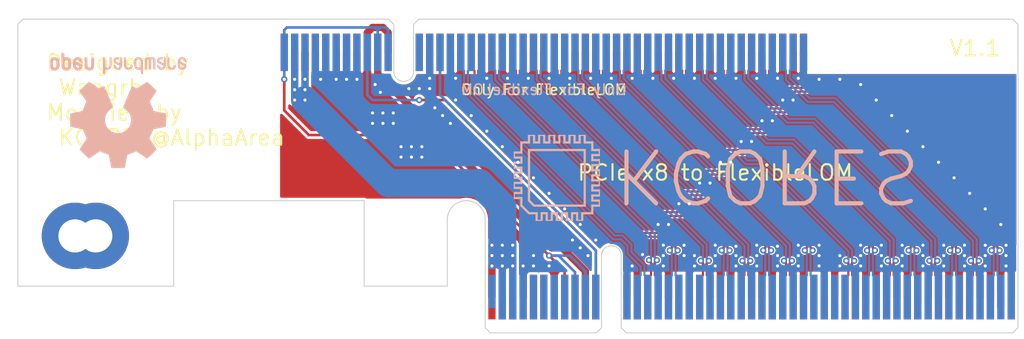
<source format=kicad_pcb>
(kicad_pcb (version 20171130) (host pcbnew 5.1.5+dfsg1-2build2)
  (layers (0 F.Cu signal) (31 B.Cu signal) (34 B.Paste user) (35 F.Paste user) (36 B.SilkS user) (37 F.SilkS user) (38 B.Mask user) (39 F.Mask user) (44 Edge.Cuts user))
  (net 0 "")
  (net 1 Board_1-+12V)
  (net 2 Board_1-+3V3)
  (net 3 Board_1-/3V3_AUX)
  (net 4 Board_1-/CLK_N)
  (net 5 Board_1-/CLK_P)
  (net 6 Board_1-/NCSI_RX0)
  (net 7 Board_1-/NCSI_RX1)
  (net 8 Board_1-/RX0_N)
  (net 9 Board_1-/RX0_P)
  (net 10 Board_1-/RX1_N)
  (net 11 Board_1-/RX1_P)
  (net 12 Board_1-/RX2_N)
  (net 13 Board_1-/RX2_P)
  (net 14 Board_1-/RX3_N)
  (net 15 Board_1-/RX3_P)
  (net 16 Board_1-/RX4_N)
  (net 17 Board_1-/RX4_P)
  (net 18 Board_1-/RX5_N)
  (net 19 Board_1-/RX5_P)
  (net 20 Board_1-/RX6_N)
  (net 21 Board_1-/RX6_P)
  (net 22 Board_1-/RX7_N)
  (net 23 Board_1-/RX7_P)
  (net 24 Board_1-/TX0_N)
  (net 25 Board_1-/TX0_P)
  (net 26 Board_1-/TX1_N)
  (net 27 Board_1-/TX1_P)
  (net 28 Board_1-/TX2_N)
  (net 29 Board_1-/TX2_P)
  (net 30 Board_1-/TX3_N)
  (net 31 Board_1-/TX3_P)
  (net 32 Board_1-/TX4_N)
  (net 33 Board_1-/TX4_P)
  (net 34 Board_1-/TX5_N)
  (net 35 Board_1-/TX5_P)
  (net 36 Board_1-/TX6_N)
  (net 37 Board_1-/TX6_P)
  (net 38 Board_1-/TX7_N)
  (net 39 Board_1-/TX7_P)
  (net 40 Board_1-/nPERST)
  (net 41 Board_1-/nWAKE)
  (net 42 Board_1-GND)
  (net 43 "Board_1-Net-(H1-Pad1)")
  (net 44 "Board_1-Net-(H2-Pad1)")
  (net 45 "Board_1-Net-(J1-PadA1)")
  (net 46 "Board_1-Net-(J1-PadA19)")
  (net 47 "Board_1-Net-(J1-PadA32)")
  (net 48 "Board_1-Net-(J1-PadA33)")
  (net 49 "Board_1-Net-(J1-PadA5)")
  (net 50 "Board_1-Net-(J1-PadA6)")
  (net 51 "Board_1-Net-(J1-PadA7)")
  (net 52 "Board_1-Net-(J1-PadA8)")
  (net 53 "Board_1-Net-(J1-PadB12)")
  (net 54 "Board_1-Net-(J1-PadB17)")
  (net 55 "Board_1-Net-(J1-PadB30)")
  (net 56 "Board_1-Net-(J1-PadB31)")
  (net 57 "Board_1-Net-(J1-PadB5)")
  (net 58 "Board_1-Net-(J1-PadB6)")
  (net 59 "Board_1-Net-(J1-PadB9)")
  (net 60 "Board_1-Net-(J2-PadA12)")
  (net 61 "Board_1-Net-(J2-PadB1)")
  (net 62 "Board_1-Net-(J2-PadB12)")
  (net 63 "Board_1-Net-(J2-PadB14)")
  (net 64 "Board_1-Net-(J2-PadB15)")
  (net 65 "Board_1-Net-(J2-PadB49)")
  (net 66 "Board_1-Net-(J2-PadB7)")
  (net 67 "Board_1-Net-(J2-PadB8)")
  (module KCORES-FlexibleLOM-Adapter:BUS_PCIexpress_x8_Straddle_Mount_Modify (layer B.Cu) (at 139 84.875)
    (fp_text reference J2 hide)
    (fp_text value HPE_FlexibleLOM)
    (pad "" np_thru_hole circle (at -16.3 2.51) (size 2 2) (drill 2) (layers *.Cu *.Mask))
    (pad "" np_thru_hole circle (at 43.3 2.51) (size 2 2) (drill 2) (layers *.Cu *.Mask))
    (pad A1 smd rect (at -11.5 3.2) (size 0.7 3.6) (layers B.Cu B.Paste B.Mask) (net 2 Board_1-+3V3))
    (pad A2 smd rect (at -10.5 3.2) (size 0.7 3.6) (layers B.Cu B.Paste B.Mask) (net 1 Board_1-+12V))
    (pad A3 smd rect (at -9.5 3.2) (size 0.7 3.6) (layers B.Cu B.Paste B.Mask) (net 1 Board_1-+12V))
    (pad A4 smd rect (at -8.5 3.2) (size 0.7 3.6) (layers B.Cu B.Paste B.Mask) (net 42 Board_1-GND))
    (pad A5 smd rect (at -7.5 3.2) (size 0.7 3.6) (layers B.Cu B.Paste B.Mask) (net 42 Board_1-GND))
    (pad A6 smd rect (at -6.5 3.2) (size 0.7 3.6) (layers B.Cu B.Paste B.Mask) (net 42 Board_1-GND))
    (pad A7 smd rect (at -5.5 3.2) (size 0.7 3.6) (layers B.Cu B.Paste B.Mask) (net 42 Board_1-GND))
    (pad A8 smd rect (at -4.5 3.2) (size 0.7 3.6) (layers B.Cu B.Paste B.Mask) (net 42 Board_1-GND))
    (pad A9 smd rect (at -3.5 3.2) (size 0.7 3.6) (layers B.Cu B.Paste B.Mask) (net 41 Board_1-/nWAKE))
    (pad A10 smd rect (at -2.5 3.2) (size 0.7 3.6) (layers B.Cu B.Paste B.Mask) (net 2 Board_1-+3V3))
    (pad A11 smd rect (at -1.5 3.2) (size 0.7 3.6) (layers B.Cu B.Paste B.Mask) (net 2 Board_1-+3V3))
    (pad A12 smd rect (at 1.5 3.2) (size 0.7 3.6) (layers B.Cu B.Paste B.Mask) (net 60 "Board_1-Net-(J2-PadA12)"))
    (pad A13 smd rect (at 2.5 3.2) (size 0.7 3.6) (layers B.Cu B.Paste B.Mask) (net 42 Board_1-GND))
    (pad A14 smd rect (at 3.5 3.2) (size 0.7 3.6) (layers B.Cu B.Paste B.Mask) (net 40 Board_1-/nPERST))
    (pad A15 smd rect (at 4.5 3.2) (size 0.7 3.6) (layers B.Cu B.Paste B.Mask) (net 42 Board_1-GND))
    (pad A16 smd rect (at 5.5 3.2) (size 0.7 3.6) (layers B.Cu B.Paste B.Mask) (net 5 Board_1-/CLK_P))
    (pad A17 smd rect (at 6.5 3.2) (size 0.7 3.6) (layers B.Cu B.Paste B.Mask) (net 4 Board_1-/CLK_N))
    (pad A18 smd rect (at 7.5 3.2) (size 0.7 3.6) (layers B.Cu B.Paste B.Mask) (net 42 Board_1-GND))
    (pad A19 smd rect (at 8.5 3.2) (size 0.7 3.6) (layers B.Cu B.Paste B.Mask) (net 25 Board_1-/TX0_P))
    (pad A20 smd rect (at 9.5 3.2) (size 0.7 3.6) (layers B.Cu B.Paste B.Mask) (net 24 Board_1-/TX0_N))
    (pad A21 smd rect (at 10.5 3.2) (size 0.7 3.6) (layers B.Cu B.Paste B.Mask) (net 42 Board_1-GND))
    (pad A22 smd rect (at 11.5 3.2) (size 0.7 3.6) (layers B.Cu B.Paste B.Mask) (net 42 Board_1-GND))
    (pad A23 smd rect (at 12.5 3.2) (size 0.7 3.6) (layers B.Cu B.Paste B.Mask) (net 27 Board_1-/TX1_P))
    (pad A24 smd rect (at 13.5 3.2) (size 0.7 3.6) (layers B.Cu B.Paste B.Mask) (net 26 Board_1-/TX1_N))
    (pad A25 smd rect (at 14.5 3.2) (size 0.7 3.6) (layers B.Cu B.Paste B.Mask) (net 42 Board_1-GND))
    (pad A26 smd rect (at 15.5 3.2) (size 0.7 3.6) (layers B.Cu B.Paste B.Mask) (net 42 Board_1-GND))
    (pad A27 smd rect (at 16.5 3.2) (size 0.7 3.6) (layers B.Cu B.Paste B.Mask) (net 29 Board_1-/TX2_P))
    (pad A28 smd rect (at 17.5 3.2) (size 0.7 3.6) (layers B.Cu B.Paste B.Mask) (net 28 Board_1-/TX2_N))
    (pad A29 smd rect (at 18.5 3.2) (size 0.7 3.6) (layers B.Cu B.Paste B.Mask) (net 42 Board_1-GND))
    (pad A30 smd rect (at 19.5 3.2) (size 0.7 3.6) (layers B.Cu B.Paste B.Mask) (net 42 Board_1-GND))
    (pad A31 smd rect (at 20.5 3.2) (size 0.7 3.6) (layers B.Cu B.Paste B.Mask) (net 31 Board_1-/TX3_P))
    (pad A32 smd rect (at 21.5 3.2) (size 0.7 3.6) (layers B.Cu B.Paste B.Mask) (net 30 Board_1-/TX3_N))
    (pad A33 smd rect (at 22.5 3.2) (size 0.7 3.6) (layers B.Cu B.Paste B.Mask) (net 42 Board_1-GND))
    (pad A34 smd rect (at 23.5 3.2) (size 0.7 3.6) (layers B.Cu B.Paste B.Mask) (net 42 Board_1-GND))
    (pad A35 smd rect (at 24.5 3.2) (size 0.7 3.6) (layers B.Cu B.Paste B.Mask) (net 33 Board_1-/TX4_P))
    (pad A36 smd rect (at 25.5 3.2) (size 0.7 3.6) (layers B.Cu B.Paste B.Mask) (net 32 Board_1-/TX4_N))
    (pad A37 smd rect (at 26.5 3.2) (size 0.7 3.6) (layers B.Cu B.Paste B.Mask) (net 42 Board_1-GND))
    (pad A38 smd rect (at 27.5 3.2) (size 0.7 3.6) (layers B.Cu B.Paste B.Mask) (net 42 Board_1-GND))
    (pad A39 smd rect (at 28.5 3.2) (size 0.7 3.6) (layers B.Cu B.Paste B.Mask) (net 35 Board_1-/TX5_P))
    (pad A40 smd rect (at 29.5 3.2) (size 0.7 3.6) (layers B.Cu B.Paste B.Mask) (net 34 Board_1-/TX5_N))
    (pad A41 smd rect (at 30.5 3.2) (size 0.7 3.6) (layers B.Cu B.Paste B.Mask) (net 42 Board_1-GND))
    (pad A42 smd rect (at 31.5 3.2) (size 0.7 3.6) (layers B.Cu B.Paste B.Mask) (net 42 Board_1-GND))
    (pad A43 smd rect (at 32.5 3.2) (size 0.7 3.6) (layers B.Cu B.Paste B.Mask) (net 37 Board_1-/TX6_P))
    (pad A44 smd rect (at 33.5 3.2) (size 0.7 3.6) (layers B.Cu B.Paste B.Mask) (net 36 Board_1-/TX6_N))
    (pad A45 smd rect (at 34.5 3.2) (size 0.7 3.6) (layers B.Cu B.Paste B.Mask) (net 42 Board_1-GND))
    (pad A46 smd rect (at 35.5 3.2) (size 0.7 3.6) (layers B.Cu B.Paste B.Mask) (net 42 Board_1-GND))
    (pad A47 smd rect (at 36.5 3.2) (size 0.7 3.6) (layers B.Cu B.Paste B.Mask) (net 39 Board_1-/TX7_P))
    (pad A48 smd rect (at 37.5 3.2) (size 0.7 3.6) (layers B.Cu B.Paste B.Mask) (net 38 Board_1-/TX7_N))
    (pad A49 smd rect (at 38.5 3.2) (size 0.7 3.6) (layers B.Cu B.Paste B.Mask) (net 42 Board_1-GND))
    (pad B1 smd rect (at -11.5 3.2) (size 0.7 3.6) (layers F.Cu F.Paste F.Mask) (net 61 "Board_1-Net-(J2-PadB1)"))
    (pad B2 smd rect (at -10.5 3.2) (size 0.7 3.6) (layers F.Cu F.Paste F.Mask) (net 1 Board_1-+12V))
    (pad B3 smd rect (at -9.5 3.2) (size 0.7 3.6) (layers F.Cu F.Paste F.Mask) (net 1 Board_1-+12V))
    (pad B4 smd rect (at -8.5 3.2) (size 0.7 3.6) (layers F.Cu F.Paste F.Mask) (net 6 Board_1-/NCSI_RX0))
    (pad B5 smd rect (at -7.5 3.2) (size 0.7 3.6) (layers F.Cu F.Paste F.Mask) (net 7 Board_1-/NCSI_RX1))
    (pad B6 smd rect (at -6.5 3.2) (size 0.7 3.6) (layers F.Cu F.Paste F.Mask) (net 42 Board_1-GND))
    (pad B7 smd rect (at -5.5 3.2) (size 0.7 3.6) (layers F.Cu F.Paste F.Mask) (net 66 "Board_1-Net-(J2-PadB7)"))
    (pad B8 smd rect (at -4.5 3.2) (size 0.7 3.6) (layers F.Cu F.Paste F.Mask) (net 67 "Board_1-Net-(J2-PadB8)"))
    (pad B9 smd rect (at -3.5 3.2) (size 0.7 3.6) (layers F.Cu F.Paste F.Mask) (net 42 Board_1-GND))
    (pad B10 smd rect (at -2.5 3.2) (size 0.7 3.6) (layers F.Cu F.Paste F.Mask) (net 3 Board_1-/3V3_AUX))
    (pad B11 smd rect (at -1.5 3.2) (size 0.7 3.6) (layers F.Cu F.Paste F.Mask) (net 42 Board_1-GND))
    (pad B12 smd rect (at 1.5 3.2) (size 0.7 3.6) (layers F.Cu F.Paste F.Mask) (net 62 "Board_1-Net-(J2-PadB12)"))
    (pad B13 smd rect (at 2.5 3.2) (size 0.7 3.6) (layers F.Cu F.Paste F.Mask) (net 42 Board_1-GND))
    (pad B14 smd rect (at 3.5 3.2) (size 0.7 3.6) (layers F.Cu F.Paste F.Mask) (net 63 "Board_1-Net-(J2-PadB14)"))
    (pad B15 smd rect (at 4.5 3.2) (size 0.7 3.6) (layers F.Cu F.Paste F.Mask) (net 64 "Board_1-Net-(J2-PadB15)"))
    (pad B16 smd rect (at 5.5 3.2) (size 0.7 3.6) (layers F.Cu F.Paste F.Mask) (net 42 Board_1-GND))
    (pad B17 smd rect (at 6.5 3.2) (size 0.7 3.6) (layers F.Cu F.Paste F.Mask) (net 9 Board_1-/RX0_P))
    (pad B18 smd rect (at 7.5 3.2) (size 0.7 3.6) (layers F.Cu F.Paste F.Mask) (net 8 Board_1-/RX0_N))
    (pad B19 smd rect (at 8.5 3.2) (size 0.7 3.6) (layers F.Cu F.Paste F.Mask) (net 42 Board_1-GND))
    (pad B20 smd rect (at 9.5 3.2) (size 0.7 3.6) (layers F.Cu F.Paste F.Mask) (net 42 Board_1-GND))
    (pad B21 smd rect (at 10.5 3.2) (size 0.7 3.6) (layers F.Cu F.Paste F.Mask) (net 11 Board_1-/RX1_P))
    (pad B22 smd rect (at 11.5 3.2) (size 0.7 3.6) (layers F.Cu F.Paste F.Mask) (net 10 Board_1-/RX1_N))
    (pad B23 smd rect (at 12.5 3.2) (size 0.7 3.6) (layers F.Cu F.Paste F.Mask) (net 42 Board_1-GND))
    (pad B24 smd rect (at 13.5 3.2) (size 0.7 3.6) (layers F.Cu F.Paste F.Mask) (net 42 Board_1-GND))
    (pad B25 smd rect (at 14.5 3.2) (size 0.7 3.6) (layers F.Cu F.Paste F.Mask) (net 13 Board_1-/RX2_P))
    (pad B26 smd rect (at 15.5 3.2) (size 0.7 3.6) (layers F.Cu F.Paste F.Mask) (net 12 Board_1-/RX2_N))
    (pad B27 smd rect (at 16.5 3.2) (size 0.7 3.6) (layers F.Cu F.Paste F.Mask) (net 42 Board_1-GND))
    (pad B28 smd rect (at 17.5 3.2) (size 0.7 3.6) (layers F.Cu F.Paste F.Mask) (net 42 Board_1-GND))
    (pad B29 smd rect (at 18.5 3.2) (size 0.7 3.6) (layers F.Cu F.Paste F.Mask) (net 15 Board_1-/RX3_P))
    (pad B30 smd rect (at 19.5 3.2) (size 0.7 3.6) (layers F.Cu F.Paste F.Mask) (net 14 Board_1-/RX3_N))
    (pad B31 smd rect (at 20.5 3.2) (size 0.7 3.6) (layers F.Cu F.Paste F.Mask) (net 42 Board_1-GND))
    (pad B32 smd rect (at 21.5 3.2) (size 0.7 3.6) (layers F.Cu F.Paste F.Mask) (net 42 Board_1-GND))
    (pad B33 smd rect (at 22.5 3.2) (size 0.7 3.6) (layers F.Cu F.Paste F.Mask) (net 17 Board_1-/RX4_P))
    (pad B34 smd rect (at 23.5 3.2) (size 0.7 3.6) (layers F.Cu F.Paste F.Mask) (net 16 Board_1-/RX4_N))
    (pad B35 smd rect (at 24.5 3.2) (size 0.7 3.6) (layers F.Cu F.Paste F.Mask) (net 42 Board_1-GND))
    (pad B36 smd rect (at 25.5 3.2) (size 0.7 3.6) (layers F.Cu F.Paste F.Mask) (net 42 Board_1-GND))
    (pad B37 smd rect (at 26.5 3.2) (size 0.7 3.6) (layers F.Cu F.Paste F.Mask) (net 19 Board_1-/RX5_P))
    (pad B38 smd rect (at 27.5 3.2) (size 0.7 3.6) (layers F.Cu F.Paste F.Mask) (net 18 Board_1-/RX5_N))
    (pad B39 smd rect (at 28.5 3.2) (size 0.7 3.6) (layers F.Cu F.Paste F.Mask) (net 42 Board_1-GND))
    (pad B40 smd rect (at 29.5 3.2) (size 0.7 3.6) (layers F.Cu F.Paste F.Mask) (net 42 Board_1-GND))
    (pad B41 smd rect (at 30.5 3.2) (size 0.7 3.6) (layers F.Cu F.Paste F.Mask) (net 21 Board_1-/RX6_P))
    (pad B42 smd rect (at 31.5 3.2) (size 0.7 3.6) (layers F.Cu F.Paste F.Mask) (net 20 Board_1-/RX6_N))
    (pad B43 smd rect (at 32.5 3.2) (size 0.7 3.6) (layers F.Cu F.Paste F.Mask) (net 42 Board_1-GND))
    (pad B44 smd rect (at 33.5 3.2) (size 0.7 3.6) (layers F.Cu F.Paste F.Mask) (net 42 Board_1-GND))
    (pad B45 smd rect (at 34.5 3.2) (size 0.7 3.6) (layers F.Cu F.Paste F.Mask) (net 23 Board_1-/RX7_P))
    (pad B46 smd rect (at 35.5 3.2) (size 0.7 3.6) (layers F.Cu F.Paste F.Mask) (net 22 Board_1-/RX7_N))
    (pad B47 smd rect (at 36.5 3.2) (size 0.7 3.6) (layers F.Cu F.Paste F.Mask) (net 42 Board_1-GND))
    (pad B48 smd rect (at 37.5 3.2) (size 0.7 3.6) (layers F.Cu F.Paste F.Mask) (net 42 Board_1-GND))
    (pad B49 smd rect (at 38.5 3.2) (size 0.7 3.6) (layers F.Cu F.Paste F.Mask) (net 65 "Board_1-Net-(J2-PadB49)"))
  )
  (module KCORES-FlexibleLOM-Adapter:KCORES_8.3mm (layer B.Cu) (at 153.75 100.175)
    (fp_text reference G*** hide)
    (fp_text value LOGO hide)
  )
  (module Connector_PCBEdge:BUS_PCIexpress_x8 (layer F.Cu) (at 147.5 111.675)
    (fp_text reference J1 hide)
    (fp_text value PCIe_x8)
    (pad A41 connect rect (at 42 0) (size 0.7 4.3) (layers B.Cu B.Mask) (net 42 Board_1-GND))
    (pad A40 connect rect (at 41 0) (size 0.7 4.3) (layers B.Cu B.Mask) (net 18 Board_1-/RX5_N))
    (pad A39 connect rect (at 40 0) (size 0.7 4.3) (layers B.Cu B.Mask) (net 19 Board_1-/RX5_P))
    (pad A38 connect rect (at 39 0) (size 0.7 4.3) (layers B.Cu B.Mask) (net 42 Board_1-GND))
    (pad A37 connect rect (at 38 0) (size 0.7 4.3) (layers B.Cu B.Mask) (net 42 Board_1-GND))
    (pad A36 connect rect (at 37 0) (size 0.7 4.3) (layers B.Cu B.Mask) (net 16 Board_1-/RX4_N))
    (pad A35 connect rect (at 36 0) (size 0.7 4.3) (layers B.Cu B.Mask) (net 17 Board_1-/RX4_P))
    (pad A34 connect rect (at 35 0) (size 0.7 4.3) (layers B.Cu B.Mask) (net 42 Board_1-GND))
    (pad A33 connect rect (at 34 0) (size 0.7 4.3) (layers B.Cu B.Mask) (net 48 "Board_1-Net-(J1-PadA33)"))
    (pad B49 connect rect (at 50 0) (size 0.7 4.3) (layers F.Cu F.Mask) (net 42 Board_1-GND))
    (pad B48 connect rect (at 49 -0.55) (size 0.7 3.2) (layers F.Cu F.Mask) (net 42 Board_1-GND))
    (pad B47 connect rect (at 48 0) (size 0.7 4.3) (layers F.Cu F.Mask) (net 42 Board_1-GND))
    (pad B46 connect rect (at 47 0) (size 0.7 4.3) (layers F.Cu F.Mask) (net 38 Board_1-/TX7_N))
    (pad B45 connect rect (at 46 0) (size 0.7 4.3) (layers F.Cu F.Mask) (net 39 Board_1-/TX7_P))
    (pad B44 connect rect (at 45 0) (size 0.7 4.3) (layers F.Cu F.Mask) (net 42 Board_1-GND))
    (pad B43 connect rect (at 44 0) (size 0.7 4.3) (layers F.Cu F.Mask) (net 42 Board_1-GND))
    (pad B42 connect rect (at 43 0) (size 0.7 4.3) (layers F.Cu F.Mask) (net 36 Board_1-/TX6_N))
    (pad B41 connect rect (at 42 0) (size 0.7 4.3) (layers F.Cu F.Mask) (net 37 Board_1-/TX6_P))
    (pad B40 connect rect (at 41 0) (size 0.7 4.3) (layers F.Cu F.Mask) (net 42 Board_1-GND))
    (pad B39 connect rect (at 40 0) (size 0.7 4.3) (layers F.Cu F.Mask) (net 42 Board_1-GND))
    (pad B38 connect rect (at 39 0) (size 0.7 4.3) (layers F.Cu F.Mask) (net 34 Board_1-/TX5_N))
    (pad B37 connect rect (at 38 0) (size 0.7 4.3) (layers F.Cu F.Mask) (net 35 Board_1-/TX5_P))
    (pad B36 connect rect (at 37 0) (size 0.7 4.3) (layers F.Cu F.Mask) (net 42 Board_1-GND))
    (pad B35 connect rect (at 36 0) (size 0.7 4.3) (layers F.Cu F.Mask) (net 42 Board_1-GND))
    (pad B34 connect rect (at 35 0) (size 0.7 4.3) (layers F.Cu F.Mask) (net 32 Board_1-/TX4_N))
    (pad B33 connect rect (at 34 0) (size 0.7 4.3) (layers F.Cu F.Mask) (net 33 Board_1-/TX4_P))
    (pad A32 connect rect (at 33 0) (size 0.7 4.3) (layers B.Cu B.Mask) (net 47 "Board_1-Net-(J1-PadA32)"))
    (pad A31 connect rect (at 32 0) (size 0.7 4.3) (layers B.Cu B.Mask) (net 42 Board_1-GND))
    (pad A30 connect rect (at 31 0) (size 0.7 4.3) (layers B.Cu B.Mask) (net 14 Board_1-/RX3_N))
    (pad A29 connect rect (at 30 0) (size 0.7 4.3) (layers B.Cu B.Mask) (net 15 Board_1-/RX3_P))
    (pad A28 connect rect (at 29 0) (size 0.7 4.3) (layers B.Cu B.Mask) (net 42 Board_1-GND))
    (pad A27 connect rect (at 28 0) (size 0.7 4.3) (layers B.Cu B.Mask) (net 42 Board_1-GND))
    (pad A26 connect rect (at 27 0) (size 0.7 4.3) (layers B.Cu B.Mask) (net 12 Board_1-/RX2_N))
    (pad A25 connect rect (at 26 0) (size 0.7 4.3) (layers B.Cu B.Mask) (net 13 Board_1-/RX2_P))
    (pad A24 connect rect (at 25 0) (size 0.7 4.3) (layers B.Cu B.Mask) (net 42 Board_1-GND))
    (pad A23 connect rect (at 24 0) (size 0.7 4.3) (layers B.Cu B.Mask) (net 42 Board_1-GND))
    (pad A22 connect rect (at 23 0) (size 0.7 4.3) (layers B.Cu B.Mask) (net 10 Board_1-/RX1_N))
    (pad A21 connect rect (at 22 0) (size 0.7 4.3) (layers B.Cu B.Mask) (net 11 Board_1-/RX1_P))
    (pad A20 connect rect (at 21 0) (size 0.7 4.3) (layers B.Cu B.Mask) (net 42 Board_1-GND))
    (pad A19 connect rect (at 20 0) (size 0.7 4.3) (layers B.Cu B.Mask) (net 46 "Board_1-Net-(J1-PadA19)"))
    (pad B32 connect rect (at 33 0) (size 0.7 4.3) (layers F.Cu F.Mask) (net 42 Board_1-GND))
    (pad B31 connect rect (at 32 0) (size 0.7 4.3) (layers F.Cu F.Mask) (net 56 "Board_1-Net-(J1-PadB31)"))
    (pad B30 connect rect (at 31 0) (size 0.7 4.3) (layers F.Cu F.Mask) (net 55 "Board_1-Net-(J1-PadB30)"))
    (pad B29 connect rect (at 30 0) (size 0.7 4.3) (layers F.Cu F.Mask) (net 42 Board_1-GND))
    (pad B28 connect rect (at 29 0) (size 0.7 4.3) (layers F.Cu F.Mask) (net 30 Board_1-/TX3_N))
    (pad B27 connect rect (at 28 0) (size 0.7 4.3) (layers F.Cu F.Mask) (net 31 Board_1-/TX3_P))
    (pad B26 connect rect (at 27 0) (size 0.7 4.3) (layers F.Cu F.Mask) (net 42 Board_1-GND))
    (pad B25 connect rect (at 26 0) (size 0.7 4.3) (layers F.Cu F.Mask) (net 42 Board_1-GND))
    (pad B24 connect rect (at 25 0) (size 0.7 4.3) (layers F.Cu F.Mask) (net 28 Board_1-/TX2_N))
    (pad B23 connect rect (at 24 0) (size 0.7 4.3) (layers F.Cu F.Mask) (net 29 Board_1-/TX2_P))
    (pad B22 connect rect (at 23 0) (size 0.7 4.3) (layers F.Cu F.Mask) (net 42 Board_1-GND))
    (pad B21 connect rect (at 22 0) (size 0.7 4.3) (layers F.Cu F.Mask) (net 42 Board_1-GND))
    (pad B20 connect rect (at 21 0) (size 0.7 4.3) (layers F.Cu F.Mask) (net 26 Board_1-/TX1_N))
    (pad B19 connect rect (at 20 0) (size 0.7 4.3) (layers F.Cu F.Mask) (net 27 Board_1-/TX1_P))
    (pad B1 connect rect (at 0 0) (size 0.7 4.3) (layers F.Cu F.Mask) (net 1 Board_1-+12V))
    (pad B2 connect rect (at 1 0) (size 0.7 4.3) (layers F.Cu F.Mask) (net 1 Board_1-+12V))
    (pad B3 connect rect (at 2 0) (size 0.7 4.3) (layers F.Cu F.Mask) (net 1 Board_1-+12V))
    (pad B4 connect rect (at 3 0) (size 0.7 4.3) (layers F.Cu F.Mask) (net 42 Board_1-GND))
    (pad B5 connect rect (at 4 0) (size 0.7 4.3) (layers F.Cu F.Mask) (net 57 "Board_1-Net-(J1-PadB5)"))
    (pad B6 connect rect (at 5 0) (size 0.7 4.3) (layers F.Cu F.Mask) (net 58 "Board_1-Net-(J1-PadB6)"))
    (pad B7 connect rect (at 6 0) (size 0.7 4.3) (layers F.Cu F.Mask) (net 42 Board_1-GND))
    (pad B8 connect rect (at 7 0) (size 0.7 4.3) (layers F.Cu F.Mask) (net 2 Board_1-+3V3))
    (pad B9 connect rect (at 8 0) (size 0.7 4.3) (layers F.Cu F.Mask) (net 59 "Board_1-Net-(J1-PadB9)"))
    (pad B10 connect rect (at 9 0) (size 0.7 4.3) (layers F.Cu F.Mask) (net 3 Board_1-/3V3_AUX))
    (pad B11 connect rect (at 10 0) (size 0.7 4.3) (layers F.Cu F.Mask) (net 41 Board_1-/nWAKE))
    (pad B14 connect rect (at 15 0) (size 0.7 4.3) (layers F.Cu F.Mask) (net 25 Board_1-/TX0_P))
    (pad B15 connect rect (at 16 0) (size 0.7 4.3) (layers F.Cu F.Mask) (net 24 Board_1-/TX0_N))
    (pad B16 connect rect (at 17 0) (size 0.7 4.3) (layers F.Cu F.Mask) (net 42 Board_1-GND))
    (pad B17 connect rect (at 18 0) (size 0.7 4.3) (layers F.Cu F.Mask) (net 54 "Board_1-Net-(J1-PadB17)"))
    (pad B18 connect rect (at 19 0) (size 0.7 4.3) (layers F.Cu F.Mask) (net 42 Board_1-GND))
    (pad B12 connect rect (at 13 0) (size 0.7 4.3) (layers F.Cu F.Mask) (net 53 "Board_1-Net-(J1-PadB12)"))
    (pad B13 connect rect (at 14 0) (size 0.7 4.3) (layers F.Cu F.Mask) (net 42 Board_1-GND))
    (pad A1 connect rect (at 0 -0.55) (size 0.7 3.2) (layers B.Cu B.Mask) (net 45 "Board_1-Net-(J1-PadA1)"))
    (pad A2 connect rect (at 1 0) (size 0.7 4.3) (layers B.Cu B.Mask) (net 1 Board_1-+12V))
    (pad A3 connect rect (at 2 0) (size 0.7 4.3) (layers B.Cu B.Mask) (net 1 Board_1-+12V))
    (pad A4 connect rect (at 3 0) (size 0.7 4.3) (layers B.Cu B.Mask) (net 42 Board_1-GND))
    (pad A5 connect rect (at 4 0) (size 0.7 4.3) (layers B.Cu B.Mask) (net 49 "Board_1-Net-(J1-PadA5)"))
    (pad A6 connect rect (at 5 0) (size 0.7 4.3) (layers B.Cu B.Mask) (net 50 "Board_1-Net-(J1-PadA6)"))
    (pad A7 connect rect (at 6 0) (size 0.7 4.3) (layers B.Cu B.Mask) (net 51 "Board_1-Net-(J1-PadA7)"))
    (pad A8 connect rect (at 7 0) (size 0.7 4.3) (layers B.Cu B.Mask) (net 52 "Board_1-Net-(J1-PadA8)"))
    (pad A9 connect rect (at 8 0) (size 0.7 4.3) (layers B.Cu B.Mask) (net 2 Board_1-+3V3))
    (pad A10 connect rect (at 9 0) (size 0.7 4.3) (layers B.Cu B.Mask) (net 2 Board_1-+3V3))
    (pad A11 connect rect (at 10 0) (size 0.7 4.3) (layers B.Cu B.Mask) (net 40 Board_1-/nPERST))
    (pad A14 connect rect (at 15 0) (size 0.7 4.3) (layers B.Cu B.Mask) (net 4 Board_1-/CLK_N))
    (pad A15 connect rect (at 16 0) (size 0.7 4.3) (layers B.Cu B.Mask) (net 42 Board_1-GND))
    (pad A16 connect rect (at 17 0) (size 0.7 4.3) (layers B.Cu B.Mask) (net 9 Board_1-/RX0_P))
    (pad A17 connect rect (at 18 0) (size 0.7 4.3) (layers B.Cu B.Mask) (net 8 Board_1-/RX0_N))
    (pad A18 connect rect (at 19 0) (size 0.7 4.3) (layers B.Cu B.Mask) (net 42 Board_1-GND))
    (pad A12 connect rect (at 13 0) (size 0.7 4.3) (layers B.Cu B.Mask) (net 42 Board_1-GND))
    (pad A13 connect rect (at 14 0) (size 0.7 4.3) (layers B.Cu B.Mask) (net 5 Board_1-/CLK_P))
    (pad A42 connect rect (at 43 0) (size 0.7 4.3) (layers B.Cu B.Mask) (net 42 Board_1-GND))
    (pad A43 connect rect (at 44 0) (size 0.7 4.3) (layers B.Cu B.Mask) (net 21 Board_1-/RX6_P))
    (pad A44 connect rect (at 45 0) (size 0.7 4.3) (layers B.Cu B.Mask) (net 20 Board_1-/RX6_N))
    (pad A45 connect rect (at 46 0) (size 0.7 4.3) (layers B.Cu B.Mask) (net 42 Board_1-GND))
    (pad A46 connect rect (at 47 0) (size 0.7 4.3) (layers B.Cu B.Mask) (net 42 Board_1-GND))
    (pad A47 connect rect (at 48 0) (size 0.7 4.3) (layers B.Cu B.Mask) (net 23 Board_1-/RX7_P))
    (pad A48 connect rect (at 49 0) (size 0.7 4.3) (layers B.Cu B.Mask) (net 22 Board_1-/RX7_N))
    (pad A49 connect rect (at 50 0) (size 0.7 4.3) (layers B.Cu B.Mask) (net 42 Board_1-GND))
  )
  (module MountingHole:MountingHole_3.2mm_M3_Pad (layer F.Cu) (at 109.35 105.775)
    (fp_text reference H1 hide)
    (fp_text value "PCI Card Standard Hole")
    (pad 1 thru_hole circle (at 0 0) (size 6.4 6.4) (drill 3.2) (layers *.Cu *.Mask) (net 43 "Board_1-Net-(H1-Pad1)"))
  )
  (module MountingHole:MountingHole_3.2mm_M3_Pad (layer F.Cu) (at 107.35 105.775)
    (fp_text reference H2 hide)
    (fp_text value "Corner Brace Hole")
    (pad 1 thru_hole circle (at 0 0) (size 6.4 6.4) (drill 3.2) (layers *.Cu *.Mask) (net 44 "Board_1-Net-(H2-Pad1)"))
  )
  (module Symbol:OSHW-Logo2_14.6x12mm_SilkScreen (layer B.Cu) (at 111.5 93.675)
    (fp_text reference LOGO1 hide)
    (fp_text value Logo_Open_Hardware_Large hide)
  )
  (gr_line (start 158.051 107.675) (end 158.051 114.625) (layer Edge.Cuts) (width 0.1))
  (gr_line (start 158.0559 107.579) (end 158.051 107.675) (layer Edge.Cuts) (width 0.1))
  (gr_line (start 158.0704 107.484) (end 158.0559 107.579) (layer Edge.Cuts) (width 0.1))
  (gr_line (start 158.0945 107.3909) (end 158.0704 107.484) (layer Edge.Cuts) (width 0.1))
  (gr_line (start 158.1279 107.3008) (end 158.0945 107.3909) (layer Edge.Cuts) (width 0.1))
  (gr_line (start 158.1702 107.2144) (end 158.1279 107.3008) (layer Edge.Cuts) (width 0.1))
  (gr_line (start 158.2211 107.1329) (end 158.1702 107.2144) (layer Edge.Cuts) (width 0.1))
  (gr_line (start 158.2799 107.0568) (end 158.2211 107.1329) (layer Edge.Cuts) (width 0.1))
  (gr_line (start 158.3462 106.9872) (end 158.2799 107.0568) (layer Edge.Cuts) (width 0.1))
  (gr_line (start 158.4191 106.9246) (end 158.3462 106.9872) (layer Edge.Cuts) (width 0.1))
  (gr_line (start 158.498 106.8696) (end 158.4191 106.9246) (layer Edge.Cuts) (width 0.1))
  (gr_line (start 158.5821 106.823) (end 158.498 106.8696) (layer Edge.Cuts) (width 0.1))
  (gr_line (start 158.6704 106.7851) (end 158.5821 106.823) (layer Edge.Cuts) (width 0.1))
  (gr_line (start 158.7621 106.7563) (end 158.6704 106.7851) (layer Edge.Cuts) (width 0.1))
  (gr_line (start 158.8563 106.7369) (end 158.7621 106.7563) (layer Edge.Cuts) (width 0.1))
  (gr_line (start 158.9519 106.7272) (end 158.8563 106.7369) (layer Edge.Cuts) (width 0.1))
  (gr_line (start 159.0481 106.7272) (end 158.9519 106.7272) (layer Edge.Cuts) (width 0.1))
  (gr_line (start 159.1437 106.7369) (end 159.0481 106.7272) (layer Edge.Cuts) (width 0.1))
  (gr_line (start 159.2379 106.7563) (end 159.1437 106.7369) (layer Edge.Cuts) (width 0.1))
  (gr_line (start 159.3296 106.7851) (end 159.2379 106.7563) (layer Edge.Cuts) (width 0.1))
  (gr_line (start 159.4179 106.823) (end 159.3296 106.7851) (layer Edge.Cuts) (width 0.1))
  (gr_line (start 159.502 106.8696) (end 159.4179 106.823) (layer Edge.Cuts) (width 0.1))
  (gr_line (start 159.5809 106.9246) (end 159.502 106.8696) (layer Edge.Cuts) (width 0.1))
  (gr_line (start 159.6538 106.9872) (end 159.5809 106.9246) (layer Edge.Cuts) (width 0.1))
  (gr_line (start 159.7201 107.0568) (end 159.6538 106.9872) (layer Edge.Cuts) (width 0.1))
  (gr_line (start 159.7789 107.1329) (end 159.7201 107.0568) (layer Edge.Cuts) (width 0.1))
  (gr_line (start 159.8298 107.2144) (end 159.7789 107.1329) (layer Edge.Cuts) (width 0.1))
  (gr_line (start 159.8721 107.3008) (end 159.8298 107.2144) (layer Edge.Cuts) (width 0.1))
  (gr_line (start 159.9055 107.3909) (end 159.8721 107.3008) (layer Edge.Cuts) (width 0.1))
  (gr_line (start 159.9296 107.484) (end 159.9055 107.3909) (layer Edge.Cuts) (width 0.1))
  (gr_line (start 159.9441 107.579) (end 159.9296 107.484) (layer Edge.Cuts) (width 0.1))
  (gr_line (start 159.949 107.675) (end 159.9441 107.579) (layer Edge.Cuts) (width 0.1))
  (gr_line (start 159.949 114.6251) (end 159.949 107.675) (layer Edge.Cuts) (width 0.1))
  (gr_line (start 160.4498 115.126) (end 159.949 114.6251) (layer Edge.Cuts) (width 0.1))
  (gr_line (start 197.6506 115.1258) (end 160.4498 115.126) (layer Edge.Cuts) (width 0.1))
  (gr_line (start 198.151 114.625) (end 197.6506 115.1258) (layer Edge.Cuts) (width 0.1))
  (gr_line (start 198.1508 85.3744) (end 198.151 114.625) (layer Edge.Cuts) (width 0.1))
  (gr_line (start 197.65 84.874) (end 198.1508 85.3744) (layer Edge.Cuts) (width 0.1))
  (gr_line (start 140.4499 84.874) (end 197.65 84.874) (layer Edge.Cuts) (width 0.1))
  (gr_line (start 139.949 85.3749) (end 140.4499 84.874) (layer Edge.Cuts) (width 0.1))
  (gr_line (start 139.949 89.925) (end 139.949 85.3749) (layer Edge.Cuts) (width 0.1))
  (gr_line (start 139.9441 90.021) (end 139.949 89.925) (layer Edge.Cuts) (width 0.1))
  (gr_line (start 139.9296 90.116) (end 139.9441 90.021) (layer Edge.Cuts) (width 0.1))
  (gr_line (start 139.9055 90.2091) (end 139.9296 90.116) (layer Edge.Cuts) (width 0.1))
  (gr_line (start 139.8721 90.2992) (end 139.9055 90.2091) (layer Edge.Cuts) (width 0.1))
  (gr_line (start 139.8298 90.3856) (end 139.8721 90.2992) (layer Edge.Cuts) (width 0.1))
  (gr_line (start 139.7789 90.4671) (end 139.8298 90.3856) (layer Edge.Cuts) (width 0.1))
  (gr_line (start 139.7201 90.5432) (end 139.7789 90.4671) (layer Edge.Cuts) (width 0.1))
  (gr_line (start 139.6538 90.6128) (end 139.7201 90.5432) (layer Edge.Cuts) (width 0.1))
  (gr_line (start 139.5809 90.6754) (end 139.6538 90.6128) (layer Edge.Cuts) (width 0.1))
  (gr_line (start 139.502 90.7304) (end 139.5809 90.6754) (layer Edge.Cuts) (width 0.1))
  (gr_line (start 139.4179 90.777) (end 139.502 90.7304) (layer Edge.Cuts) (width 0.1))
  (gr_line (start 139.3296 90.8149) (end 139.4179 90.777) (layer Edge.Cuts) (width 0.1))
  (gr_line (start 139.2379 90.8437) (end 139.3296 90.8149) (layer Edge.Cuts) (width 0.1))
  (gr_line (start 139.1437 90.8631) (end 139.2379 90.8437) (layer Edge.Cuts) (width 0.1))
  (gr_line (start 139.0481 90.8728) (end 139.1437 90.8631) (layer Edge.Cuts) (width 0.1))
  (gr_line (start 138.9519 90.8728) (end 139.0481 90.8728) (layer Edge.Cuts) (width 0.1))
  (gr_line (start 138.8563 90.8631) (end 138.9519 90.8728) (layer Edge.Cuts) (width 0.1))
  (gr_line (start 138.7621 90.8437) (end 138.8563 90.8631) (layer Edge.Cuts) (width 0.1))
  (gr_line (start 138.6704 90.8149) (end 138.7621 90.8437) (layer Edge.Cuts) (width 0.1))
  (gr_line (start 138.5821 90.777) (end 138.6704 90.8149) (layer Edge.Cuts) (width 0.1))
  (gr_line (start 138.498 90.7304) (end 138.5821 90.777) (layer Edge.Cuts) (width 0.1))
  (gr_line (start 138.4191 90.6754) (end 138.498 90.7304) (layer Edge.Cuts) (width 0.1))
  (gr_line (start 138.3462 90.6128) (end 138.4191 90.6754) (layer Edge.Cuts) (width 0.1))
  (gr_line (start 138.2799 90.5432) (end 138.3462 90.6128) (layer Edge.Cuts) (width 0.1))
  (gr_line (start 138.2211 90.4671) (end 138.2799 90.5432) (layer Edge.Cuts) (width 0.1))
  (gr_line (start 138.1702 90.3856) (end 138.2211 90.4671) (layer Edge.Cuts) (width 0.1))
  (gr_line (start 138.1279 90.2992) (end 138.1702 90.3856) (layer Edge.Cuts) (width 0.1))
  (gr_line (start 138.0945 90.2091) (end 138.1279 90.2992) (layer Edge.Cuts) (width 0.1))
  (gr_line (start 138.0704 90.116) (end 138.0945 90.2091) (layer Edge.Cuts) (width 0.1))
  (gr_line (start 138.0559 90.021) (end 138.0704 90.116) (layer Edge.Cuts) (width 0.1))
  (gr_line (start 138.051 89.925) (end 138.0559 90.021) (layer Edge.Cuts) (width 0.1))
  (gr_line (start 138.051 85.3749) (end 138.051 89.925) (layer Edge.Cuts) (width 0.1))
  (gr_line (start 137.5501 84.874) (end 138.051 85.3749) (layer Edge.Cuts) (width 0.1))
  (gr_line (start 102.35 84.874) (end 137.5501 84.874) (layer Edge.Cuts) (width 0.1))
  (gr_line (start 101.8491 85.3745) (end 102.35 84.874) (layer Edge.Cuts) (width 0.1))
  (gr_line (start 101.8495 110.6259) (end 101.8491 85.3745) (layer Edge.Cuts) (width 0.1))
  (gr_line (start 116.8505 110.6259) (end 101.8495 110.6259) (layer Edge.Cuts) (width 0.1))
  (gr_line (start 116.851 102.376) (end 116.8505 110.6259) (layer Edge.Cuts) (width 0.1))
  (gr_line (start 135.199 102.376) (end 116.851 102.376) (layer Edge.Cuts) (width 0.1))
  (gr_line (start 135.1993 110.6257) (end 135.199 102.376) (layer Edge.Cuts) (width 0.1))
  (gr_line (start 143.2002 110.626) (end 135.1993 110.6257) (layer Edge.Cuts) (width 0.1))
  (gr_line (start 143.201 104.2) (end 143.2002 110.626) (layer Edge.Cuts) (width 0.1))
  (gr_line (start 143.2104 104.0155) (end 143.201 104.2) (layer Edge.Cuts) (width 0.1))
  (gr_line (start 143.2383 103.8328) (end 143.2104 104.0155) (layer Edge.Cuts) (width 0.1))
  (gr_line (start 143.2847 103.654) (end 143.2383 103.8328) (layer Edge.Cuts) (width 0.1))
  (gr_line (start 143.3488 103.4807) (end 143.2847 103.654) (layer Edge.Cuts) (width 0.1))
  (gr_line (start 143.4302 103.3148) (end 143.3488 103.4807) (layer Edge.Cuts) (width 0.1))
  (gr_line (start 143.5279 103.158) (end 143.4302 103.3148) (layer Edge.Cuts) (width 0.1))
  (gr_line (start 143.641 103.0119) (end 143.5279 103.158) (layer Edge.Cuts) (width 0.1))
  (gr_line (start 143.7683 102.878) (end 143.641 103.0119) (layer Edge.Cuts) (width 0.1))
  (gr_line (start 143.9085 102.7576) (end 143.7683 102.878) (layer Edge.Cuts) (width 0.1))
  (gr_line (start 144.0602 102.6521) (end 143.9085 102.7576) (layer Edge.Cuts) (width 0.1))
  (gr_line (start 144.2217 102.5624) (end 144.0602 102.6521) (layer Edge.Cuts) (width 0.1))
  (gr_line (start 144.3915 102.4895) (end 144.2217 102.5624) (layer Edge.Cuts) (width 0.1))
  (gr_line (start 144.5678 102.4342) (end 144.3915 102.4895) (layer Edge.Cuts) (width 0.1))
  (gr_line (start 144.7488 102.397) (end 144.5678 102.4342) (layer Edge.Cuts) (width 0.1))
  (gr_line (start 144.9326 102.3783) (end 144.7488 102.397) (layer Edge.Cuts) (width 0.1))
  (gr_line (start 145.1174 102.3783) (end 144.9326 102.3783) (layer Edge.Cuts) (width 0.1))
  (gr_line (start 145.3012 102.397) (end 145.1174 102.3783) (layer Edge.Cuts) (width 0.1))
  (gr_line (start 145.4822 102.4342) (end 145.3012 102.397) (layer Edge.Cuts) (width 0.1))
  (gr_line (start 145.6585 102.4895) (end 145.4822 102.4342) (layer Edge.Cuts) (width 0.1))
  (gr_line (start 145.8283 102.5624) (end 145.6585 102.4895) (layer Edge.Cuts) (width 0.1))
  (gr_line (start 145.9898 102.6521) (end 145.8283 102.5624) (layer Edge.Cuts) (width 0.1))
  (gr_line (start 146.1415 102.7576) (end 145.9898 102.6521) (layer Edge.Cuts) (width 0.1))
  (gr_line (start 146.2817 102.878) (end 146.1415 102.7576) (layer Edge.Cuts) (width 0.1))
  (gr_line (start 146.409 103.0119) (end 146.2817 102.878) (layer Edge.Cuts) (width 0.1))
  (gr_line (start 146.5221 103.158) (end 146.409 103.0119) (layer Edge.Cuts) (width 0.1))
  (gr_line (start 146.6198 103.3148) (end 146.5221 103.158) (layer Edge.Cuts) (width 0.1))
  (gr_line (start 146.7012 103.4807) (end 146.6198 103.3148) (layer Edge.Cuts) (width 0.1))
  (gr_line (start 146.7653 103.654) (end 146.7012 103.4807) (layer Edge.Cuts) (width 0.1))
  (gr_line (start 146.8117 103.8328) (end 146.7653 103.654) (layer Edge.Cuts) (width 0.1))
  (gr_line (start 146.8396 104.0155) (end 146.8117 103.8328) (layer Edge.Cuts) (width 0.1))
  (gr_line (start 146.849 104.2) (end 146.8396 104.0155) (layer Edge.Cuts) (width 0.1))
  (gr_line (start 146.849 114.625) (end 146.849 104.2) (layer Edge.Cuts) (width 0.1))
  (gr_line (start 147.3493 115.1257) (end 146.849 114.625) (layer Edge.Cuts) (width 0.1))
  (gr_line (start 157.55 115.126) (end 147.3493 115.1257) (layer Edge.Cuts) (width 0.1))
  (gr_line (start 158.051 114.625) (end 157.55 115.126) (layer Edge.Cuts) (width 0.1))
  (gr_text "Designed by\n Wangrb\nModified by\n KCORES@AlphaArea" (at 104.5 92.675) (layer F.SilkS) (effects (font (size 1.5 1.5) (thickness 0.2)) (justify left)))
  (gr_text "Only For FlexibleLOM" (at 152.5 91.675) (layer F.SilkS) (effects (font (size 1 1))))
  (gr_text "Only For FlexibleLOM" (at 152.5 91.675) (layer B.SilkS) (effects (font (size 1 1)) (justify mirror)))
  (gr_text "PCIe x8 to FlexibleLOM" (at 169 99.675) (layer F.SilkS) (effects (font (size 1.5 1.5) (thickness 0.2))))
  (gr_text KCORES (at 159 99.925 180) (layer B.SilkS) (effects (font (size 5 5) (thickness 0.4)) (justify left mirror)))
  (gr_text V1.1 (at 194 87.675) (layer F.SilkS) (effects (font (size 1.5 1.5) (thickness 0.2))))
  (via (at 148.5 107.675) (size 0.7) (drill 0.3) (layers F.Cu B.Cu) (net 1))
  (segment (start 148.5 111.675) (end 148.5 107.675) (width 0.7) (layer B.Cu) (net 1))
  (via (at 149.5 107.675) (size 0.7) (drill 0.3) (layers F.Cu B.Cu) (net 1))
  (segment (start 149.5 111.675) (end 149.5 107.675) (width 0.7) (layer F.Cu) (net 1))
  (segment (start 149.5 111.675) (end 149.5 107.675) (width 0.7) (layer B.Cu) (net 1))
  (segment (start 148.5 111.675) (end 148.5 107.675) (width 0.7) (layer F.Cu) (net 1))
  (via (at 148.5 108.675) (size 0.7) (drill 0.3) (layers F.Cu B.Cu) (net 1))
  (via (at 149.5 108.675) (size 0.7) (drill 0.3) (layers F.Cu B.Cu) (net 1))
  (via (at 128.5 91.675) (size 0.7) (drill 0.3) (layers F.Cu B.Cu) (net 1))
  (segment (start 128.5 88.075) (end 128.5 91.675) (width 0.7) (layer F.Cu) (net 1))
  (segment (start 128.5 91.675) (end 128.5 88.075) (width 0.7) (layer B.Cu) (net 1))
  (via (at 129.5 91.675) (size 0.7) (drill 0.3) (layers F.Cu B.Cu) (net 1))
  (segment (start 129.5 88.075) (end 129.5 91.675) (width 0.7) (layer B.Cu) (net 1))
  (segment (start 129.5 91.675) (end 129.5 88.075) (width 0.7) (layer F.Cu) (net 1))
  (via (at 128.5 90.675) (size 0.7) (drill 0.3) (layers F.Cu B.Cu) (net 1))
  (via (at 129.5 90.675) (size 0.7) (drill 0.3) (layers F.Cu B.Cu) (net 1))
  (via (at 128.5 92.675) (size 0.7) (drill 0.3) (layers F.Cu B.Cu) (net 1))
  (via (at 129.5 92.675) (size 0.7) (drill 0.3) (layers F.Cu B.Cu) (net 1))
  (segment (start 129.5 91.675) (end 129.5 92.675) (width 0.7) (layer F.Cu) (net 1))
  (via (at 148.5 106.675) (size 0.7) (drill 0.3) (layers F.Cu B.Cu) (net 1))
  (via (at 149.5 106.675) (size 0.7) (drill 0.3) (layers F.Cu B.Cu) (net 1))
  (segment (start 149.5 107.675) (end 149.5 106.675) (width 0.7) (layer F.Cu) (net 1))
  (segment (start 147.5 111.675) (end 147.5 107.675) (width 0.7) (layer F.Cu) (net 1))
  (segment (start 147.5 111.675) (end 147.5 108.675) (width 0.7) (layer F.Cu) (net 1))
  (segment (start 148.5 107.675) (end 148.5 106.675) (width 0.7) (layer B.Cu) (net 1))
  (segment (start 148.5 107.675) (end 148.5 106.675) (width 0.7) (layer F.Cu) (net 1))
  (segment (start 128.5 91.675) (end 128.5 92.675) (width 0.7) (layer B.Cu) (net 1))
  (segment (start 128.5 92.675) (end 128.5 91.675) (width 0.7) (layer F.Cu) (net 1))
  (via (at 147.5 107.675) (size 0.7) (drill 0.3) (layers F.Cu B.Cu) (net 1))
  (via (at 147.5 108.675) (size 0.7) (drill 0.3) (layers F.Cu B.Cu) (net 1))
  (via (at 147.5 106.675) (size 0.7) (drill 0.3) (layers F.Cu B.Cu) (net 1))
  (segment (start 147.5 107.675) (end 147.5 106.675) (width 0.7) (layer F.Cu) (net 1))
  (segment (start 147.5 108.675) (end 147.5 107.675) (width 0.7) (layer B.Cu) (net 1))
  (segment (start 148.5 102.883276) (end 148.5 107.675) (width 2.7) (layer B.Cu) (net 1))
  (segment (start 129.5 92.675) (end 137.5 100.675) (width 2.7) (layer B.Cu) (net 1))
  (segment (start 146.291724 100.675) (end 148.5 102.883276) (width 2.7) (layer B.Cu) (net 1))
  (segment (start 137.5 100.675) (end 146.291724 100.675) (width 2.7) (layer B.Cu) (net 1))
  (segment (start 154.5 109.175) (end 154.5 111.675) (width 0.254) (layer F.Cu) (net 2))
  (segment (start 153 107.675) (end 154.5 109.175) (width 0.254) (layer F.Cu) (net 2))
  (via (at 153 107.675) (size 0.6) (drill 0.3) (layers F.Cu B.Cu) (net 2))
  (segment (start 155 107.675) (end 153 107.675) (width 0.254) (layer B.Cu) (net 2))
  (segment (start 156.5 111.675) (end 156.5 109.175) (width 0.254) (layer B.Cu) (net 2))
  (segment (start 156.5 109.175) (end 155 107.675) (width 0.254) (layer B.Cu) (net 2))
  (segment (start 153.904 107.675) (end 153 107.675) (width 0.254) (layer B.Cu) (net 2))
  (segment (start 155.5 109.271) (end 153.904 107.675) (width 0.254) (layer B.Cu) (net 2))
  (segment (start 155.5 111.675) (end 155.5 109.271) (width 0.254) (layer B.Cu) (net 2))
  (via (at 127.5 90.675) (size 0.6) (drill 0.3) (layers F.Cu B.Cu) (net 2))
  (segment (start 127.5 88.075) (end 127.5 90.675) (width 0.254) (layer B.Cu) (net 2))
  (segment (start 127.5 93.675) (end 127.5 90.675) (width 0.254) (layer F.Cu) (net 2))
  (segment (start 129.875 96.05) (end 127.5 93.675) (width 0.254) (layer F.Cu) (net 2))
  (segment (start 153 107.675) (end 141.375 96.05) (width 0.254) (layer F.Cu) (net 2))
  (segment (start 141.375 96.05) (end 129.875 96.05) (width 0.254) (layer F.Cu) (net 2))
  (segment (start 137.5 85.925) (end 137.5 88.075) (width 0.254) (layer B.Cu) (net 2))
  (segment (start 137.25 85.675) (end 137.5 85.925) (width 0.254) (layer B.Cu) (net 2))
  (segment (start 127.5 88.075) (end 127.5 85.925) (width 0.254) (layer B.Cu) (net 2))
  (segment (start 127.5 85.925) (end 127.75 85.675) (width 0.254) (layer B.Cu) (net 2))
  (segment (start 127.75 85.675) (end 136 85.675) (width 0.254) (layer B.Cu) (net 2))
  (segment (start 136.25 85.675) (end 136 85.675) (width 0.254) (layer B.Cu) (net 2))
  (segment (start 136.5 85.925) (end 136.25 85.675) (width 0.254) (layer B.Cu) (net 2))
  (segment (start 136.5 85.925) (end 136.75 85.675) (width 0.254) (layer B.Cu) (net 2))
  (segment (start 136.5 88.075) (end 136.5 85.925) (width 0.254) (layer B.Cu) (net 2))
  (segment (start 136 85.675) (end 136.75 85.675) (width 0.254) (layer B.Cu) (net 2))
  (segment (start 136.75 85.675) (end 137.25 85.675) (width 0.254) (layer B.Cu) (net 2))
  (segment (start 136.5 90.175) (end 136.5 88.075) (width 0.7) (layer F.Cu) (net 3))
  (segment (start 154.25 106.925) (end 153.25 106.925) (width 0.7) (layer F.Cu) (net 3))
  (segment (start 156.5 111.675) (end 156.5 109.175) (width 0.7) (layer F.Cu) (net 3))
  (segment (start 153.25 106.925) (end 136.5 90.175) (width 0.7) (layer F.Cu) (net 3))
  (segment (start 156.5 109.175) (end 154.25 106.925) (width 0.7) (layer F.Cu) (net 3))
  (segment (start 145.185166 89.889834) (end 145.5 89.575) (width 0.20828) (layer B.Cu) (net 4))
  (segment (start 145.5 89.575) (end 145.5 88.075) (width 0.20828) (layer B.Cu) (net 4))
  (segment (start 145.185166 91.598301) (end 145.185166 89.889834) (width 0.20828) (layer B.Cu) (net 4))
  (segment (start 162.185166 109.560166) (end 162.185166 108.59015) (width 0.20828) (layer B.Cu) (net 4))
  (segment (start 162.5 111.675) (end 162.5 109.875) (width 0.20828) (layer B.Cu) (net 4))
  (segment (start 162.5 109.875) (end 162.185166 109.560166) (width 0.20828) (layer B.Cu) (net 4))
  (segment (start 145.185166 91.598301) (end 159.326699 105.739834) (width 0.20828) (layer B.Cu) (net 4))
  (segment (start 159.326699 105.739834) (end 160.0767 105.739834) (width 0.20828) (layer B.Cu) (net 4))
  (segment (start 160.0767 105.739834) (end 160.935166 106.5983) (width 0.20828) (layer B.Cu) (net 4))
  (segment (start 160.935166 107.34015) (end 162.185166 108.59015) (width 0.20828) (layer B.Cu) (net 4))
  (segment (start 160.935166 106.5983) (end 160.935166 107.34015) (width 0.20828) (layer B.Cu) (net 4))
  (segment (start 144.814834 91.7517) (end 144.814834 89.875) (width 0.20828) (layer B.Cu) (net 5))
  (segment (start 144.5 89.560166) (end 144.5 88.075) (width 0.20828) (layer B.Cu) (net 5))
  (segment (start 144.814834 89.875) (end 144.5 89.560166) (width 0.20828) (layer B.Cu) (net 5))
  (segment (start 161.5 109.875) (end 161.814834 109.560166) (width 0.20828) (layer B.Cu) (net 5))
  (segment (start 161.5 111.675) (end 161.5 109.875) (width 0.20828) (layer B.Cu) (net 5))
  (segment (start 161.814834 109.560166) (end 161.814834 108.74355) (width 0.20828) (layer B.Cu) (net 5))
  (segment (start 144.814834 91.7517) (end 159.1733 106.110166) (width 0.20828) (layer B.Cu) (net 5))
  (segment (start 159.1733 106.110166) (end 159.9233 106.110166) (width 0.20828) (layer B.Cu) (net 5))
  (segment (start 159.9233 106.110166) (end 160.564834 106.7517) (width 0.20828) (layer B.Cu) (net 5))
  (segment (start 160.564834 106.7517) (end 160.564834 107.49355) (width 0.20828) (layer B.Cu) (net 5))
  (segment (start 160.564834 107.49355) (end 161.814834 108.74355) (width 0.20828) (layer B.Cu) (net 5))
  (via (at 165.381026 107.175) (size 0.6) (drill 0.3) (layers F.Cu B.Cu) (net 8))
  (segment (start 165.381026 107.175) (end 165.185166 106.97914) (width 0.20828) (layer F.Cu) (net 8))
  (segment (start 165.185166 106.97914) (end 165.185166 106.0983) (width 0.20828) (layer F.Cu) (net 8))
  (segment (start 165.185166 106.0983) (end 164.5767 105.489834) (width 0.20828) (layer F.Cu) (net 8))
  (segment (start 164.5767 105.489834) (end 161.0767 105.489834) (width 0.20828) (layer F.Cu) (net 8))
  (segment (start 146.5 89.525) (end 146.5 88.075) (width 0.20828) (layer F.Cu) (net 8))
  (segment (start 146.185166 89.839834) (end 146.5 89.525) (width 0.20828) (layer F.Cu) (net 8))
  (segment (start 146.185166 90.5983) (end 146.185166 89.839834) (width 0.20828) (layer F.Cu) (net 8))
  (segment (start 161.0767 105.489834) (end 146.185166 90.5983) (width 0.20828) (layer F.Cu) (net 8))
  (segment (start 165.185166 107.37086) (end 165.381026 107.175) (width 0.20828) (layer B.Cu) (net 8))
  (segment (start 165.185166 109.575) (end 165.185166 107.37086) (width 0.20828) (layer B.Cu) (net 8))
  (segment (start 165.5 111.675) (end 165.5 109.889834) (width 0.20828) (layer B.Cu) (net 8))
  (segment (start 165.5 109.889834) (end 165.185166 109.575) (width 0.20828) (layer B.Cu) (net 8))
  (via (at 164.618974 107.175) (size 0.6) (drill 0.3) (layers F.Cu B.Cu) (net 9))
  (segment (start 164.618974 107.175) (end 164.814834 106.97914) (width 0.20828) (layer F.Cu) (net 9))
  (segment (start 164.814834 106.97914) (end 164.814834 106.2517) (width 0.20828) (layer F.Cu) (net 9))
  (segment (start 164.814834 106.2517) (end 164.4233 105.860166) (width 0.20828) (layer F.Cu) (net 9))
  (segment (start 164.4233 105.860166) (end 160.9233 105.860166) (width 0.20828) (layer F.Cu) (net 9))
  (segment (start 145.814834 90.7517) (end 145.814834 89.839834) (width 0.20828) (layer F.Cu) (net 9))
  (segment (start 145.814834 89.839834) (end 145.5 89.525) (width 0.20828) (layer F.Cu) (net 9))
  (segment (start 160.9233 105.860166) (end 145.814834 90.7517) (width 0.20828) (layer F.Cu) (net 9))
  (segment (start 145.5 89.525) (end 145.5 88.075) (width 0.20828) (layer F.Cu) (net 9))
  (segment (start 164.814834 107.37086) (end 164.618974 107.175) (width 0.20828) (layer B.Cu) (net 9))
  (segment (start 164.814834 109.575) (end 164.814834 107.37086) (width 0.20828) (layer B.Cu) (net 9))
  (segment (start 164.5 111.675) (end 164.5 109.889834) (width 0.20828) (layer B.Cu) (net 9))
  (segment (start 164.5 109.889834) (end 164.814834 109.575) (width 0.20828) (layer B.Cu) (net 9))
  (via (at 170.381026 107.175) (size 0.6) (drill 0.3) (layers F.Cu B.Cu) (net 10))
  (segment (start 170.185166 106.97914) (end 170.185166 106.0983) (width 0.20828) (layer F.Cu) (net 10))
  (segment (start 170.381026 107.175) (end 170.185166 106.97914) (width 0.20828) (layer F.Cu) (net 10))
  (segment (start 170.185166 106.0983) (end 167.5767 103.489834) (width 0.20828) (layer F.Cu) (net 10))
  (segment (start 167.5767 103.489834) (end 163.0767 103.489834) (width 0.20828) (layer F.Cu) (net 10))
  (segment (start 150.185166 90.5983) (end 150.185166 89.839834) (width 0.20828) (layer F.Cu) (net 10))
  (segment (start 150.5 89.525) (end 150.5 88.075) (width 0.20828) (layer F.Cu) (net 10))
  (segment (start 150.185166 89.839834) (end 150.5 89.525) (width 0.20828) (layer F.Cu) (net 10))
  (segment (start 163.0767 103.489834) (end 150.185166 90.5983) (width 0.20828) (layer F.Cu) (net 10))
  (segment (start 170.185166 107.37086) (end 170.381026 107.175) (width 0.20828) (layer B.Cu) (net 10))
  (segment (start 170.5 111.675) (end 170.5 109.889834) (width 0.20828) (layer B.Cu) (net 10))
  (segment (start 170.185166 109.575) (end 170.185166 107.37086) (width 0.20828) (layer B.Cu) (net 10))
  (segment (start 170.5 109.889834) (end 170.185166 109.575) (width 0.20828) (layer B.Cu) (net 10))
  (via (at 169.618974 107.175) (size 0.6) (drill 0.3) (layers F.Cu B.Cu) (net 11))
  (segment (start 169.618974 107.175) (end 169.814834 106.97914) (width 0.20828) (layer F.Cu) (net 11))
  (segment (start 169.814834 106.97914) (end 169.814834 106.2517) (width 0.20828) (layer F.Cu) (net 11))
  (segment (start 169.814834 106.2517) (end 167.4233 103.860166) (width 0.20828) (layer F.Cu) (net 11))
  (segment (start 167.4233 103.860166) (end 162.9233 103.860166) (width 0.20828) (layer F.Cu) (net 11))
  (segment (start 162.9233 103.860166) (end 149.814834 90.7517) (width 0.20828) (layer F.Cu) (net 11))
  (segment (start 149.814834 90.7517) (end 149.814834 89.839834) (width 0.20828) (layer F.Cu) (net 11))
  (segment (start 149.814834 89.839834) (end 149.5 89.525) (width 0.20828) (layer F.Cu) (net 11))
  (segment (start 149.5 89.525) (end 149.5 88.075) (width 0.20828) (layer F.Cu) (net 11))
  (segment (start 169.814834 107.37086) (end 169.618974 107.175) (width 0.20828) (layer B.Cu) (net 11))
  (segment (start 169.814834 109.575) (end 169.814834 107.37086) (width 0.20828) (layer B.Cu) (net 11))
  (segment (start 169.5 111.675) (end 169.5 109.889834) (width 0.20828) (layer B.Cu) (net 11))
  (segment (start 169.5 109.889834) (end 169.814834 109.575) (width 0.20828) (layer B.Cu) (net 11))
  (via (at 174.381026 107.175) (size 0.6) (drill 0.3) (layers F.Cu B.Cu) (net 12))
  (segment (start 174.185166 106.97914) (end 174.185166 106.0983) (width 0.20828) (layer F.Cu) (net 12))
  (segment (start 174.381026 107.175) (end 174.185166 106.97914) (width 0.20828) (layer F.Cu) (net 12))
  (segment (start 174.185166 106.0983) (end 169.5767 101.489834) (width 0.20828) (layer F.Cu) (net 12))
  (segment (start 169.5767 101.489834) (end 165.0767 101.489834) (width 0.20828) (layer F.Cu) (net 12))
  (segment (start 154.5 89.525) (end 154.5 88.075) (width 0.20828) (layer F.Cu) (net 12))
  (segment (start 154.185166 89.839834) (end 154.5 89.525) (width 0.20828) (layer F.Cu) (net 12))
  (segment (start 154.185166 90.5983) (end 154.185166 89.839834) (width 0.20828) (layer F.Cu) (net 12))
  (segment (start 165.0767 101.489834) (end 154.185166 90.5983) (width 0.20828) (layer F.Cu) (net 12))
  (segment (start 174.185166 107.37086) (end 174.381026 107.175) (width 0.20828) (layer B.Cu) (net 12))
  (segment (start 174.5 111.675) (end 174.5 109.889834) (width 0.20828) (layer B.Cu) (net 12))
  (segment (start 174.185166 109.575) (end 174.185166 107.37086) (width 0.20828) (layer B.Cu) (net 12))
  (segment (start 174.5 109.889834) (end 174.185166 109.575) (width 0.20828) (layer B.Cu) (net 12))
  (via (at 173.618974 107.175) (size 0.6) (drill 0.3) (layers F.Cu B.Cu) (net 13))
  (segment (start 173.618974 107.175) (end 173.814834 106.97914) (width 0.20828) (layer F.Cu) (net 13))
  (segment (start 173.814834 106.97914) (end 173.814834 106.2517) (width 0.20828) (layer F.Cu) (net 13))
  (segment (start 173.814834 106.2517) (end 169.4233 101.860166) (width 0.20828) (layer F.Cu) (net 13))
  (segment (start 169.4233 101.860166) (end 164.9233 101.860166) (width 0.20828) (layer F.Cu) (net 13))
  (segment (start 153.814834 90.7517) (end 153.814834 89.839834) (width 0.20828) (layer F.Cu) (net 13))
  (segment (start 164.9233 101.860166) (end 153.814834 90.7517) (width 0.20828) (layer F.Cu) (net 13))
  (segment (start 153.814834 89.839834) (end 153.5 89.525) (width 0.20828) (layer F.Cu) (net 13))
  (segment (start 153.5 89.525) (end 153.5 88.075) (width 0.20828) (layer F.Cu) (net 13))
  (segment (start 173.814834 107.37086) (end 173.618974 107.175) (width 0.20828) (layer B.Cu) (net 13))
  (segment (start 173.814834 109.575) (end 173.814834 107.37086) (width 0.20828) (layer B.Cu) (net 13))
  (segment (start 173.5 111.675) (end 173.5 109.889834) (width 0.20828) (layer B.Cu) (net 13))
  (segment (start 173.5 109.889834) (end 173.814834 109.575) (width 0.20828) (layer B.Cu) (net 13))
  (via (at 178.381026 107.175) (size 0.6) (drill 0.3) (layers F.Cu B.Cu) (net 14))
  (segment (start 178.185166 106.97914) (end 178.185166 106.0983) (width 0.20828) (layer F.Cu) (net 14))
  (segment (start 178.381026 107.175) (end 178.185166 106.97914) (width 0.20828) (layer F.Cu) (net 14))
  (segment (start 178.185166 106.0983) (end 171.5767 99.489834) (width 0.20828) (layer F.Cu) (net 14))
  (segment (start 171.5767 99.489834) (end 167.0767 99.489834) (width 0.20828) (layer F.Cu) (net 14))
  (segment (start 167.0767 99.489834) (end 158.185166 90.5983) (width 0.20828) (layer F.Cu) (net 14))
  (segment (start 158.5 89.525) (end 158.5 88.075) (width 0.20828) (layer F.Cu) (net 14))
  (segment (start 158.185166 89.839834) (end 158.5 89.525) (width 0.20828) (layer F.Cu) (net 14))
  (segment (start 158.185166 90.5983) (end 158.185166 89.839834) (width 0.20828) (layer F.Cu) (net 14))
  (segment (start 178.185166 109.575) (end 178.185166 107.37086) (width 0.20828) (layer B.Cu) (net 14))
  (segment (start 178.5 111.675) (end 178.5 109.889834) (width 0.20828) (layer B.Cu) (net 14))
  (segment (start 178.185166 107.37086) (end 178.381026 107.175) (width 0.20828) (layer B.Cu) (net 14))
  (segment (start 178.5 109.889834) (end 178.185166 109.575) (width 0.20828) (layer B.Cu) (net 14))
  (via (at 177.618974 107.175) (size 0.6) (drill 0.3) (layers F.Cu B.Cu) (net 15))
  (segment (start 177.618974 107.175) (end 177.814834 106.97914) (width 0.20828) (layer F.Cu) (net 15))
  (segment (start 177.814834 106.97914) (end 177.814834 106.2517) (width 0.20828) (layer F.Cu) (net 15))
  (segment (start 177.814834 106.2517) (end 171.4233 99.860166) (width 0.20828) (layer F.Cu) (net 15))
  (segment (start 171.4233 99.860166) (end 166.9233 99.860166) (width 0.20828) (layer F.Cu) (net 15))
  (segment (start 157.814834 90.7517) (end 157.814834 89.839834) (width 0.20828) (layer F.Cu) (net 15))
  (segment (start 166.9233 99.860166) (end 157.814834 90.7517) (width 0.20828) (layer F.Cu) (net 15))
  (segment (start 157.814834 89.839834) (end 157.5 89.525) (width 0.20828) (layer F.Cu) (net 15))
  (segment (start 157.5 89.525) (end 157.5 88.075) (width 0.20828) (layer F.Cu) (net 15))
  (segment (start 177.814834 107.37086) (end 177.618974 107.175) (width 0.20828) (layer B.Cu) (net 15))
  (segment (start 177.814834 109.575) (end 177.814834 107.37086) (width 0.20828) (layer B.Cu) (net 15))
  (segment (start 177.5 111.675) (end 177.5 109.889834) (width 0.20828) (layer B.Cu) (net 15))
  (segment (start 177.5 109.889834) (end 177.814834 109.575) (width 0.20828) (layer B.Cu) (net 15))
  (via (at 184.381026 107.175) (size 0.6) (drill 0.3) (layers F.Cu B.Cu) (net 16))
  (segment (start 184.185166 106.0983) (end 175.5767 97.489834) (width 0.20828) (layer F.Cu) (net 16))
  (segment (start 184.185166 106.97914) (end 184.185166 106.0983) (width 0.20828) (layer F.Cu) (net 16))
  (segment (start 175.5767 97.489834) (end 169.0767 97.489834) (width 0.20828) (layer F.Cu) (net 16))
  (segment (start 184.381026 107.175) (end 184.185166 106.97914) (width 0.20828) (layer F.Cu) (net 16))
  (segment (start 162.5 89.525) (end 162.5 88.075) (width 0.20828) (layer F.Cu) (net 16))
  (segment (start 162.185166 90.5983) (end 162.185166 89.839834) (width 0.20828) (layer F.Cu) (net 16))
  (segment (start 162.185166 89.839834) (end 162.5 89.525) (width 0.20828) (layer F.Cu) (net 16))
  (segment (start 169.0767 97.489834) (end 162.185166 90.5983) (width 0.20828) (layer F.Cu) (net 16))
  (segment (start 184.185166 109.575) (end 184.185166 107.37086) (width 0.20828) (layer B.Cu) (net 16))
  (segment (start 184.185166 107.37086) (end 184.381026 107.175) (width 0.20828) (layer B.Cu) (net 16))
  (segment (start 184.5 111.675) (end 184.5 109.889834) (width 0.20828) (layer B.Cu) (net 16))
  (segment (start 184.5 109.889834) (end 184.185166 109.575) (width 0.20828) (layer B.Cu) (net 16))
  (via (at 183.618974 107.175) (size 0.6) (drill 0.3) (layers F.Cu B.Cu) (net 17))
  (segment (start 183.618974 107.175) (end 183.814834 106.97914) (width 0.20828) (layer F.Cu) (net 17))
  (segment (start 183.814834 106.2517) (end 175.4233 97.860166) (width 0.20828) (layer F.Cu) (net 17))
  (segment (start 183.814834 106.97914) (end 183.814834 106.2517) (width 0.20828) (layer F.Cu) (net 17))
  (segment (start 175.4233 97.860166) (end 168.9233 97.860166) (width 0.20828) (layer F.Cu) (net 17))
  (segment (start 161.814834 90.7517) (end 161.814834 89.839834) (width 0.20828) (layer F.Cu) (net 17))
  (segment (start 168.9233 97.860166) (end 161.814834 90.7517) (width 0.20828) (layer F.Cu) (net 17))
  (segment (start 161.5 89.525) (end 161.5 88.075) (width 0.20828) (layer F.Cu) (net 17))
  (segment (start 161.814834 89.839834) (end 161.5 89.525) (width 0.20828) (layer F.Cu) (net 17))
  (segment (start 183.814834 107.37086) (end 183.618974 107.175) (width 0.20828) (layer B.Cu) (net 17))
  (segment (start 183.814834 109.575) (end 183.814834 107.37086) (width 0.20828) (layer B.Cu) (net 17))
  (segment (start 183.5 111.675) (end 183.5 109.889834) (width 0.20828) (layer B.Cu) (net 17))
  (segment (start 183.5 109.889834) (end 183.814834 109.575) (width 0.20828) (layer B.Cu) (net 17))
  (via (at 188.381026 107.175) (size 0.6) (drill 0.3) (layers F.Cu B.Cu) (net 18))
  (segment (start 188.185166 106.0983) (end 177.5767 95.489834) (width 0.20828) (layer F.Cu) (net 18))
  (segment (start 188.185166 106.97914) (end 188.185166 106.0983) (width 0.20828) (layer F.Cu) (net 18))
  (segment (start 177.5767 95.489834) (end 171.0767 95.489834) (width 0.20828) (layer F.Cu) (net 18))
  (segment (start 188.381026 107.175) (end 188.185166 106.97914) (width 0.20828) (layer F.Cu) (net 18))
  (segment (start 166.185166 89.839834) (end 166.5 89.525) (width 0.20828) (layer F.Cu) (net 18))
  (segment (start 166.185166 90.5983) (end 166.185166 89.839834) (width 0.20828) (layer F.Cu) (net 18))
  (segment (start 166.5 89.525) (end 166.5 88.075) (width 0.20828) (layer F.Cu) (net 18))
  (segment (start 171.0767 95.489834) (end 166.185166 90.5983) (width 0.20828) (layer F.Cu) (net 18))
  (segment (start 188.185166 107.37086) (end 188.381026 107.175) (width 0.20828) (layer B.Cu) (net 18))
  (segment (start 188.185166 109.575) (end 188.185166 107.37086) (width 0.20828) (layer B.Cu) (net 18))
  (segment (start 188.5 111.675) (end 188.5 109.889834) (width 0.20828) (layer B.Cu) (net 18))
  (segment (start 188.5 109.889834) (end 188.185166 109.575) (width 0.20828) (layer B.Cu) (net 18))
  (via (at 187.618974 107.175) (size 0.6) (drill 0.3) (layers F.Cu B.Cu) (net 19))
  (segment (start 177.4233 95.860166) (end 170.9233 95.860166) (width 0.20828) (layer F.Cu) (net 19))
  (segment (start 187.814834 106.97914) (end 187.814834 106.2517) (width 0.20828) (layer F.Cu) (net 19))
  (segment (start 187.618974 107.175) (end 187.814834 106.97914) (width 0.20828) (layer F.Cu) (net 19))
  (segment (start 187.814834 106.2517) (end 177.4233 95.860166) (width 0.20828) (layer F.Cu) (net 19))
  (segment (start 170.9233 95.860166) (end 165.814834 90.7517) (width 0.20828) (layer F.Cu) (net 19))
  (segment (start 165.814834 89.839834) (end 165.5 89.525) (width 0.20828) (layer F.Cu) (net 19))
  (segment (start 165.5 89.525) (end 165.5 88.075) (width 0.20828) (layer F.Cu) (net 19))
  (segment (start 165.814834 90.7517) (end 165.814834 89.839834) (width 0.20828) (layer F.Cu) (net 19))
  (segment (start 187.814834 109.575) (end 187.814834 107.37086) (width 0.20828) (layer B.Cu) (net 19))
  (segment (start 187.5 111.675) (end 187.5 109.889834) (width 0.20828) (layer B.Cu) (net 19))
  (segment (start 187.814834 107.37086) (end 187.618974 107.175) (width 0.20828) (layer B.Cu) (net 19))
  (segment (start 187.5 109.889834) (end 187.814834 109.575) (width 0.20828) (layer B.Cu) (net 19))
  (via (at 192.381026 107.175) (size 0.6) (drill 0.3) (layers F.Cu B.Cu) (net 20))
  (segment (start 179.5767 93.489834) (end 173.0767 93.489834) (width 0.20828) (layer F.Cu) (net 20))
  (segment (start 192.185166 106.0983) (end 179.5767 93.489834) (width 0.20828) (layer F.Cu) (net 20))
  (segment (start 192.185166 106.97914) (end 192.185166 106.0983) (width 0.20828) (layer F.Cu) (net 20))
  (segment (start 192.381026 107.175) (end 192.185166 106.97914) (width 0.20828) (layer F.Cu) (net 20))
  (segment (start 170.185166 89.839834) (end 170.5 89.525) (width 0.20828) (layer F.Cu) (net 20))
  (segment (start 170.5 89.525) (end 170.5 88.075) (width 0.20828) (layer F.Cu) (net 20))
  (segment (start 170.185166 90.5983) (end 170.185166 89.839834) (width 0.20828) (layer F.Cu) (net 20))
  (segment (start 173.0767 93.489834) (end 170.185166 90.5983) (width 0.20828) (layer F.Cu) (net 20))
  (segment (start 192.185166 109.575) (end 192.185166 107.37086) (width 0.20828) (layer B.Cu) (net 20))
  (segment (start 192.185166 107.37086) (end 192.381026 107.175) (width 0.20828) (layer B.Cu) (net 20))
  (segment (start 192.5 111.675) (end 192.5 109.889834) (width 0.20828) (layer B.Cu) (net 20))
  (segment (start 192.5 109.889834) (end 192.185166 109.575) (width 0.20828) (layer B.Cu) (net 20))
  (via (at 191.618974 107.175) (size 0.6) (drill 0.3) (layers F.Cu B.Cu) (net 21))
  (segment (start 191.618974 107.175) (end 191.814834 106.97914) (width 0.20828) (layer F.Cu) (net 21))
  (segment (start 191.814834 106.2517) (end 179.4233 93.860166) (width 0.20828) (layer F.Cu) (net 21))
  (segment (start 191.814834 106.97914) (end 191.814834 106.2517) (width 0.20828) (layer F.Cu) (net 21))
  (segment (start 179.4233 93.860166) (end 172.9233 93.860166) (width 0.20828) (layer F.Cu) (net 21))
  (segment (start 169.5 89.525) (end 169.5 88.075) (width 0.20828) (layer F.Cu) (net 21))
  (segment (start 172.9233 93.860166) (end 169.814834 90.7517) (width 0.20828) (layer F.Cu) (net 21))
  (segment (start 169.814834 89.839834) (end 169.5 89.525) (width 0.20828) (layer F.Cu) (net 21))
  (segment (start 169.814834 90.7517) (end 169.814834 89.839834) (width 0.20828) (layer F.Cu) (net 21))
  (segment (start 191.814834 109.575) (end 191.814834 107.37086) (width 0.20828) (layer B.Cu) (net 21))
  (segment (start 191.814834 107.37086) (end 191.618974 107.175) (width 0.20828) (layer B.Cu) (net 21))
  (segment (start 191.5 111.675) (end 191.5 109.889834) (width 0.20828) (layer B.Cu) (net 21))
  (segment (start 191.5 109.889834) (end 191.814834 109.575) (width 0.20828) (layer B.Cu) (net 21))
  (via (at 196.381026 107.175) (size 0.6) (drill 0.3) (layers F.Cu B.Cu) (net 22))
  (segment (start 181.5767 91.489834) (end 175.0767 91.489834) (width 0.20828) (layer F.Cu) (net 22))
  (segment (start 196.185166 106.0983) (end 181.5767 91.489834) (width 0.20828) (layer F.Cu) (net 22))
  (segment (start 196.381026 107.175) (end 196.185166 106.97914) (width 0.20828) (layer F.Cu) (net 22))
  (segment (start 196.185166 106.97914) (end 196.185166 106.0983) (width 0.20828) (layer F.Cu) (net 22))
  (segment (start 174.185166 89.839834) (end 174.5 89.525) (width 0.20828) (layer F.Cu) (net 22))
  (segment (start 174.185166 90.5983) (end 174.185166 89.839834) (width 0.20828) (layer F.Cu) (net 22))
  (segment (start 174.5 89.525) (end 174.5 88.075) (width 0.20828) (layer F.Cu) (net 22))
  (segment (start 175.0767 91.489834) (end 174.185166 90.5983) (width 0.20828) (layer F.Cu) (net 22))
  (segment (start 196.185166 109.575) (end 196.185166 107.37086) (width 0.20828) (layer B.Cu) (net 22))
  (segment (start 196.185166 107.37086) (end 196.381026 107.175) (width 0.20828) (layer B.Cu) (net 22))
  (segment (start 196.5 111.675) (end 196.5 109.889834) (width 0.20828) (layer B.Cu) (net 22))
  (segment (start 196.5 109.889834) (end 196.185166 109.575) (width 0.20828) (layer B.Cu) (net 22))
  (via (at 195.618974 107.175) (size 0.6) (drill 0.3) (layers F.Cu B.Cu) (net 23))
  (segment (start 195.618974 107.175) (end 195.814834 106.97914) (width 0.20828) (layer F.Cu) (net 23))
  (segment (start 195.814834 106.2517) (end 181.4233 91.860166) (width 0.20828) (layer F.Cu) (net 23))
  (segment (start 195.814834 106.97914) (end 195.814834 106.2517) (width 0.20828) (layer F.Cu) (net 23))
  (segment (start 181.4233 91.860166) (end 174.9233 91.860166) (width 0.20828) (layer F.Cu) (net 23))
  (segment (start 173.814834 90.7517) (end 173.814834 89.839834) (width 0.20828) (layer F.Cu) (net 23))
  (segment (start 174.9233 91.860166) (end 173.814834 90.7517) (width 0.20828) (layer F.Cu) (net 23))
  (segment (start 173.814834 89.839834) (end 173.5 89.525) (width 0.20828) (layer F.Cu) (net 23))
  (segment (start 173.5 89.525) (end 173.5 88.075) (width 0.20828) (layer F.Cu) (net 23))
  (segment (start 195.814834 107.37086) (end 195.618974 107.175) (width 0.20828) (layer B.Cu) (net 23))
  (segment (start 195.814834 109.575) (end 195.814834 107.37086) (width 0.20828) (layer B.Cu) (net 23))
  (segment (start 195.5 111.675) (end 195.5 109.889834) (width 0.20828) (layer B.Cu) (net 23))
  (segment (start 195.5 109.889834) (end 195.814834 109.575) (width 0.20828) (layer B.Cu) (net 23))
  (segment (start 163.185166 108.310954) (end 163.381026 108.115094) (width 0.20828) (layer F.Cu) (net 24))
  (segment (start 163.185166 109.560166) (end 163.185166 108.310954) (width 0.20828) (layer F.Cu) (net 24))
  (segment (start 163.5 109.875) (end 163.185166 109.560166) (width 0.20828) (layer F.Cu) (net 24))
  (segment (start 163.5 111.675) (end 163.5 109.875) (width 0.20828) (layer F.Cu) (net 24))
  (via (at 163.381026 108.115094) (size 0.6) (drill 0.3) (layers F.Cu B.Cu) (net 24))
  (segment (start 163.185166 107.919234) (end 163.185166 105.5983) (width 0.20828) (layer B.Cu) (net 24))
  (segment (start 163.381026 108.115094) (end 163.185166 107.919234) (width 0.20828) (layer B.Cu) (net 24))
  (segment (start 148.5 89.525) (end 148.5 88.075) (width 0.20828) (layer B.Cu) (net 24))
  (segment (start 148.185166 89.839834) (end 148.5 89.525) (width 0.20828) (layer B.Cu) (net 24))
  (segment (start 148.185166 90.5983) (end 148.185166 89.839834) (width 0.20828) (layer B.Cu) (net 24))
  (segment (start 163.185166 105.5983) (end 148.185166 90.5983) (width 0.20828) (layer B.Cu) (net 24))
  (segment (start 162.814834 108.310954) (end 162.618974 108.115094) (width 0.20828) (layer F.Cu) (net 25))
  (via (at 162.618974 108.115094) (size 0.6) (drill 0.3) (layers F.Cu B.Cu) (net 25))
  (segment (start 162.5 109.875) (end 162.814834 109.560166) (width 0.20828) (layer F.Cu) (net 25))
  (segment (start 162.5 111.675) (end 162.5 109.875) (width 0.20828) (layer F.Cu) (net 25))
  (segment (start 162.814834 109.560166) (end 162.814834 108.310954) (width 0.20828) (layer F.Cu) (net 25))
  (segment (start 162.618974 108.115094) (end 162.814834 107.919234) (width 0.20828) (layer B.Cu) (net 25))
  (segment (start 162.814834 107.919234) (end 162.814834 105.7517) (width 0.20828) (layer B.Cu) (net 25))
  (segment (start 147.814834 90.7517) (end 147.814834 89.839834) (width 0.20828) (layer B.Cu) (net 25))
  (segment (start 162.814834 105.7517) (end 147.814834 90.7517) (width 0.20828) (layer B.Cu) (net 25))
  (segment (start 147.5 89.525) (end 147.5 88.075) (width 0.20828) (layer B.Cu) (net 25))
  (segment (start 147.814834 89.839834) (end 147.5 89.525) (width 0.20828) (layer B.Cu) (net 25))
  (segment (start 168.185166 109.560166) (end 168.185166 108.37086) (width 0.20828) (layer F.Cu) (net 26))
  (segment (start 168.5 111.675) (end 168.5 109.875) (width 0.20828) (layer F.Cu) (net 26))
  (segment (start 168.185166 108.37086) (end 168.381026 108.175) (width 0.20828) (layer F.Cu) (net 26))
  (segment (start 168.5 109.875) (end 168.185166 109.560166) (width 0.20828) (layer F.Cu) (net 26))
  (via (at 168.381026 108.175) (size 0.6) (drill 0.3) (layers F.Cu B.Cu) (net 26))
  (segment (start 168.185166 107.97914) (end 168.185166 106.5983) (width 0.20828) (layer B.Cu) (net 26))
  (segment (start 168.381026 108.175) (end 168.185166 107.97914) (width 0.20828) (layer B.Cu) (net 26))
  (segment (start 152.5 89.525) (end 152.5 88.075) (width 0.20828) (layer B.Cu) (net 26))
  (segment (start 152.185166 89.839834) (end 152.5 89.525) (width 0.20828) (layer B.Cu) (net 26))
  (segment (start 152.185166 90.5983) (end 152.185166 89.839834) (width 0.20828) (layer B.Cu) (net 26))
  (segment (start 168.185166 106.5983) (end 152.185166 90.5983) (width 0.20828) (layer B.Cu) (net 26))
  (segment (start 167.814834 108.37086) (end 167.618974 108.175) (width 0.20828) (layer F.Cu) (net 27))
  (via (at 167.618974 108.175) (size 0.6) (drill 0.3) (layers F.Cu B.Cu) (net 27))
  (segment (start 167.5 111.675) (end 167.5 109.875) (width 0.20828) (layer F.Cu) (net 27))
  (segment (start 167.5 109.875) (end 167.814834 109.560166) (width 0.20828) (layer F.Cu) (net 27))
  (segment (start 167.814834 109.560166) (end 167.814834 108.37086) (width 0.20828) (layer F.Cu) (net 27))
  (segment (start 167.618974 108.175) (end 167.814834 107.97914) (width 0.20828) (layer B.Cu) (net 27))
  (segment (start 167.814834 107.97914) (end 167.814834 106.7517) (width 0.20828) (layer B.Cu) (net 27))
  (segment (start 151.814834 90.7517) (end 151.814834 89.839834) (width 0.20828) (layer B.Cu) (net 27))
  (segment (start 167.814834 106.7517) (end 151.814834 90.7517) (width 0.20828) (layer B.Cu) (net 27))
  (segment (start 151.814834 89.839834) (end 151.5 89.525) (width 0.20828) (layer B.Cu) (net 27))
  (segment (start 151.5 89.525) (end 151.5 88.075) (width 0.20828) (layer B.Cu) (net 27))
  (segment (start 172.185166 109.560166) (end 172.185166 108.37086) (width 0.20828) (layer F.Cu) (net 28))
  (segment (start 172.185166 108.37086) (end 172.381026 108.175) (width 0.20828) (layer F.Cu) (net 28))
  (segment (start 172.5 109.875) (end 172.185166 109.560166) (width 0.20828) (layer F.Cu) (net 28))
  (via (at 172.381026 108.175) (size 0.6) (drill 0.3) (layers F.Cu B.Cu) (net 28))
  (segment (start 172.5 111.675) (end 172.5 109.875) (width 0.20828) (layer F.Cu) (net 28))
  (segment (start 172.381026 108.175) (end 172.185166 107.97914) (width 0.20828) (layer B.Cu) (net 28))
  (segment (start 172.185166 107.97914) (end 172.185166 106.5983) (width 0.20828) (layer B.Cu) (net 28))
  (segment (start 156.5 89.525) (end 156.5 88.075) (width 0.20828) (layer B.Cu) (net 28))
  (segment (start 156.185166 89.839834) (end 156.5 89.525) (width 0.20828) (layer B.Cu) (net 28))
  (segment (start 156.185166 90.5983) (end 156.185166 89.839834) (width 0.20828) (layer B.Cu) (net 28))
  (segment (start 172.185166 106.5983) (end 156.185166 90.5983) (width 0.20828) (layer B.Cu) (net 28))
  (segment (start 171.814834 108.37086) (end 171.618974 108.175) (width 0.20828) (layer F.Cu) (net 29))
  (via (at 171.618974 108.175) (size 0.6) (drill 0.3) (layers F.Cu B.Cu) (net 29))
  (segment (start 171.5 111.675) (end 171.5 109.875) (width 0.20828) (layer F.Cu) (net 29))
  (segment (start 171.5 109.875) (end 171.814834 109.560166) (width 0.20828) (layer F.Cu) (net 29))
  (segment (start 171.814834 109.560166) (end 171.814834 108.37086) (width 0.20828) (layer F.Cu) (net 29))
  (segment (start 171.618974 108.175) (end 171.814834 107.97914) (width 0.20828) (layer B.Cu) (net 29))
  (segment (start 171.814834 107.97914) (end 171.814834 106.7517) (width 0.20828) (layer B.Cu) (net 29))
  (segment (start 155.814834 90.7517) (end 155.814834 89.839834) (width 0.20828) (layer B.Cu) (net 29))
  (segment (start 155.814834 89.839834) (end 155.5 89.525) (width 0.20828) (layer B.Cu) (net 29))
  (segment (start 155.5 89.525) (end 155.5 88.075) (width 0.20828) (layer B.Cu) (net 29))
  (segment (start 171.814834 106.7517) (end 155.814834 90.7517) (width 0.20828) (layer B.Cu) (net 29))
  (segment (start 176.185166 108.37086) (end 176.381026 108.175) (width 0.20828) (layer F.Cu) (net 30))
  (segment (start 176.185166 109.560166) (end 176.185166 108.37086) (width 0.20828) (layer F.Cu) (net 30))
  (segment (start 176.5 111.675) (end 176.5 109.875) (width 0.20828) (layer F.Cu) (net 30))
  (via (at 176.381026 108.175) (size 0.6) (drill 0.3) (layers F.Cu B.Cu) (net 30))
  (segment (start 176.5 109.875) (end 176.185166 109.560166) (width 0.20828) (layer F.Cu) (net 30))
  (segment (start 176.185166 107.97914) (end 176.185166 106.5983) (width 0.20828) (layer B.Cu) (net 30))
  (segment (start 176.381026 108.175) (end 176.185166 107.97914) (width 0.20828) (layer B.Cu) (net 30))
  (segment (start 160.5 89.525) (end 160.5 88.075) (width 0.20828) (layer B.Cu) (net 30))
  (segment (start 160.185166 89.839834) (end 160.5 89.525) (width 0.20828) (layer B.Cu) (net 30))
  (segment (start 176.185166 106.5983) (end 160.185166 90.5983) (width 0.20828) (layer B.Cu) (net 30))
  (segment (start 160.185166 90.5983) (end 160.185166 89.839834) (width 0.20828) (layer B.Cu) (net 30))
  (segment (start 175.814834 108.37086) (end 175.618974 108.175) (width 0.20828) (layer F.Cu) (net 31))
  (via (at 175.618974 108.175) (size 0.6) (drill 0.3) (layers F.Cu B.Cu) (net 31))
  (segment (start 175.5 111.675) (end 175.5 109.875) (width 0.20828) (layer F.Cu) (net 31))
  (segment (start 175.5 109.875) (end 175.814834 109.560166) (width 0.20828) (layer F.Cu) (net 31))
  (segment (start 175.814834 109.560166) (end 175.814834 108.37086) (width 0.20828) (layer F.Cu) (net 31))
  (segment (start 175.618974 108.175) (end 175.814834 107.97914) (width 0.20828) (layer B.Cu) (net 31))
  (segment (start 175.814834 107.97914) (end 175.814834 106.7517) (width 0.20828) (layer B.Cu) (net 31))
  (segment (start 159.814834 90.7517) (end 159.814834 89.839834) (width 0.20828) (layer B.Cu) (net 31))
  (segment (start 175.814834 106.7517) (end 159.814834 90.7517) (width 0.20828) (layer B.Cu) (net 31))
  (segment (start 159.814834 89.839834) (end 159.5 89.525) (width 0.20828) (layer B.Cu) (net 31))
  (segment (start 159.5 89.525) (end 159.5 88.075) (width 0.20828) (layer B.Cu) (net 31))
  (segment (start 182.5 109.875) (end 182.185166 109.560166) (width 0.20828) (layer F.Cu) (net 32))
  (segment (start 182.5 111.675) (end 182.5 109.875) (width 0.20828) (layer F.Cu) (net 32))
  (segment (start 182.185166 108.37086) (end 182.381026 108.175) (width 0.20828) (layer F.Cu) (net 32))
  (via (at 182.381026 108.175) (size 0.6) (drill 0.3) (layers F.Cu B.Cu) (net 32))
  (segment (start 182.185166 109.560166) (end 182.185166 108.37086) (width 0.20828) (layer F.Cu) (net 32))
  (segment (start 173.5767 98.489834) (end 172.0767 98.489834) (width 0.20828) (layer B.Cu) (net 32))
  (segment (start 182.185166 107.97914) (end 182.185166 107.0983) (width 0.20828) (layer B.Cu) (net 32))
  (segment (start 182.381026 108.175) (end 182.185166 107.97914) (width 0.20828) (layer B.Cu) (net 32))
  (segment (start 182.185166 107.0983) (end 173.5767 98.489834) (width 0.20828) (layer B.Cu) (net 32))
  (segment (start 164.5 89.525) (end 164.5 88.075) (width 0.20828) (layer B.Cu) (net 32))
  (segment (start 164.185166 89.839834) (end 164.5 89.525) (width 0.20828) (layer B.Cu) (net 32))
  (segment (start 164.185166 90.5983) (end 164.185166 89.839834) (width 0.20828) (layer B.Cu) (net 32))
  (segment (start 172.0767 98.489834) (end 164.185166 90.5983) (width 0.20828) (layer B.Cu) (net 32))
  (segment (start 181.814834 108.37086) (end 181.618974 108.175) (width 0.20828) (layer F.Cu) (net 33))
  (via (at 181.618974 108.175) (size 0.6) (drill 0.3) (layers F.Cu B.Cu) (net 33))
  (segment (start 181.5 111.675) (end 181.5 109.875) (width 0.20828) (layer F.Cu) (net 33))
  (segment (start 181.5 109.875) (end 181.814834 109.560166) (width 0.20828) (layer F.Cu) (net 33))
  (segment (start 181.814834 109.560166) (end 181.814834 108.37086) (width 0.20828) (layer F.Cu) (net 33))
  (segment (start 181.618974 108.175) (end 181.814834 107.97914) (width 0.20828) (layer B.Cu) (net 33))
  (segment (start 181.814834 107.97914) (end 181.814834 107.2517) (width 0.20828) (layer B.Cu) (net 33))
  (segment (start 181.814834 107.2517) (end 173.4233 98.860166) (width 0.20828) (layer B.Cu) (net 33))
  (segment (start 173.4233 98.860166) (end 171.9233 98.860166) (width 0.20828) (layer B.Cu) (net 33))
  (segment (start 171.9233 98.860166) (end 163.814834 90.7517) (width 0.20828) (layer B.Cu) (net 33))
  (segment (start 163.814834 89.839834) (end 163.5 89.525) (width 0.20828) (layer B.Cu) (net 33))
  (segment (start 163.814834 90.7517) (end 163.814834 89.839834) (width 0.20828) (layer B.Cu) (net 33))
  (segment (start 163.5 89.525) (end 163.5 88.075) (width 0.20828) (layer B.Cu) (net 33))
  (segment (start 186.185166 109.560166) (end 186.185166 108.37086) (width 0.20828) (layer F.Cu) (net 34))
  (segment (start 186.5 109.875) (end 186.185166 109.560166) (width 0.20828) (layer F.Cu) (net 34))
  (via (at 186.381026 108.175) (size 0.6) (drill 0.3) (layers F.Cu B.Cu) (net 34))
  (segment (start 186.185166 108.37086) (end 186.381026 108.175) (width 0.20828) (layer F.Cu) (net 34))
  (segment (start 186.5 111.675) (end 186.5 109.875) (width 0.20828) (layer F.Cu) (net 34))
  (segment (start 186.185166 106.0983) (end 176.5767 96.489834) (width 0.20828) (layer B.Cu) (net 34))
  (segment (start 186.185166 107.97914) (end 186.185166 106.0983) (width 0.20828) (layer B.Cu) (net 34))
  (segment (start 186.381026 108.175) (end 186.185166 107.97914) (width 0.20828) (layer B.Cu) (net 34))
  (segment (start 176.5767 96.489834) (end 174.0767 96.489834) (width 0.20828) (layer B.Cu) (net 34))
  (segment (start 168.5 89.525) (end 168.5 88.075) (width 0.20828) (layer B.Cu) (net 34))
  (segment (start 168.185166 89.839834) (end 168.5 89.525) (width 0.20828) (layer B.Cu) (net 34))
  (segment (start 168.185166 90.5983) (end 168.185166 89.839834) (width 0.20828) (layer B.Cu) (net 34))
  (segment (start 174.0767 96.489834) (end 168.185166 90.5983) (width 0.20828) (layer B.Cu) (net 34))
  (segment (start 185.814834 108.37086) (end 185.618974 108.175) (width 0.20828) (layer F.Cu) (net 35))
  (segment (start 185.5 111.675) (end 185.5 109.875) (width 0.20828) (layer F.Cu) (net 35))
  (via (at 185.618974 108.175) (size 0.6) (drill 0.3) (layers F.Cu B.Cu) (net 35))
  (segment (start 185.814834 109.560166) (end 185.814834 108.37086) (width 0.20828) (layer F.Cu) (net 35))
  (segment (start 185.5 109.875) (end 185.814834 109.560166) (width 0.20828) (layer F.Cu) (net 35))
  (segment (start 185.618974 108.175) (end 185.814834 107.97914) (width 0.20828) (layer B.Cu) (net 35))
  (segment (start 185.814834 106.2517) (end 176.4233 96.860166) (width 0.20828) (layer B.Cu) (net 35))
  (segment (start 185.814834 107.97914) (end 185.814834 106.2517) (width 0.20828) (layer B.Cu) (net 35))
  (segment (start 176.4233 96.860166) (end 173.9233 96.860166) (width 0.20828) (layer B.Cu) (net 35))
  (segment (start 167.814834 90.7517) (end 167.814834 89.839834) (width 0.20828) (layer B.Cu) (net 35))
  (segment (start 167.5 89.525) (end 167.5 88.075) (width 0.20828) (layer B.Cu) (net 35))
  (segment (start 173.9233 96.860166) (end 167.814834 90.7517) (width 0.20828) (layer B.Cu) (net 35))
  (segment (start 167.814834 89.839834) (end 167.5 89.525) (width 0.20828) (layer B.Cu) (net 35))
  (segment (start 190.185166 109.560166) (end 190.185166 108.37086) (width 0.20828) (layer F.Cu) (net 36))
  (segment (start 190.185166 108.37086) (end 190.381026 108.175) (width 0.20828) (layer F.Cu) (net 36))
  (segment (start 190.5 109.875) (end 190.185166 109.560166) (width 0.20828) (layer F.Cu) (net 36))
  (via (at 190.381026 108.175) (size 0.6) (drill 0.3) (layers F.Cu B.Cu) (net 36))
  (segment (start 190.5 111.675) (end 190.5 109.875) (width 0.20828) (layer F.Cu) (net 36))
  (segment (start 178.5767 94.489834) (end 176.0767 94.489834) (width 0.20828) (layer B.Cu) (net 36))
  (segment (start 190.185166 106.0983) (end 178.5767 94.489834) (width 0.20828) (layer B.Cu) (net 36))
  (segment (start 190.185166 107.97914) (end 190.185166 106.0983) (width 0.20828) (layer B.Cu) (net 36))
  (segment (start 190.381026 108.175) (end 190.185166 107.97914) (width 0.20828) (layer B.Cu) (net 36))
  (segment (start 172.5 89.525) (end 172.5 88.075) (width 0.20828) (layer B.Cu) (net 36))
  (segment (start 172.185166 90.5983) (end 172.185166 89.839834) (width 0.20828) (layer B.Cu) (net 36))
  (segment (start 172.185166 89.839834) (end 172.5 89.525) (width 0.20828) (layer B.Cu) (net 36))
  (segment (start 176.0767 94.489834) (end 172.185166 90.5983) (width 0.20828) (layer B.Cu) (net 36))
  (via (at 189.618974 108.175) (size 0.6) (drill 0.3) (layers F.Cu B.Cu) (net 37))
  (segment (start 189.814834 108.37086) (end 189.618974 108.175) (width 0.20828) (layer F.Cu) (net 37))
  (segment (start 189.5 109.875) (end 189.814834 109.560166) (width 0.20828) (layer F.Cu) (net 37))
  (segment (start 189.814834 109.560166) (end 189.814834 108.37086) (width 0.20828) (layer F.Cu) (net 37))
  (segment (start 189.5 111.675) (end 189.5 109.875) (width 0.20828) (layer F.Cu) (net 37))
  (segment (start 189.814834 106.2517) (end 178.4233 94.860166) (width 0.20828) (layer B.Cu) (net 37))
  (segment (start 189.618974 108.175) (end 189.814834 107.97914) (width 0.20828) (layer B.Cu) (net 37))
  (segment (start 189.814834 107.97914) (end 189.814834 106.2517) (width 0.20828) (layer B.Cu) (net 37))
  (segment (start 178.4233 94.860166) (end 175.9233 94.860166) (width 0.20828) (layer B.Cu) (net 37))
  (segment (start 171.814834 90.7517) (end 171.814834 89.839834) (width 0.20828) (layer B.Cu) (net 37))
  (segment (start 175.9233 94.860166) (end 171.814834 90.7517) (width 0.20828) (layer B.Cu) (net 37))
  (segment (start 171.5 89.525) (end 171.5 88.075) (width 0.20828) (layer B.Cu) (net 37))
  (segment (start 171.814834 89.839834) (end 171.5 89.525) (width 0.20828) (layer B.Cu) (net 37))
  (segment (start 194.185166 108.37086) (end 194.381026 108.175) (width 0.20828) (layer F.Cu) (net 38))
  (segment (start 194.5 109.875) (end 194.185166 109.560166) (width 0.20828) (layer F.Cu) (net 38))
  (segment (start 194.5 111.675) (end 194.5 109.875) (width 0.20828) (layer F.Cu) (net 38))
  (via (at 194.381026 108.175) (size 0.6) (drill 0.3) (layers F.Cu B.Cu) (net 38))
  (segment (start 194.185166 109.560166) (end 194.185166 108.37086) (width 0.20828) (layer F.Cu) (net 38))
  (segment (start 180.5767 92.489834) (end 178.0767 92.489834) (width 0.20828) (layer B.Cu) (net 38))
  (segment (start 194.185166 107.97914) (end 194.185166 106.0983) (width 0.20828) (layer B.Cu) (net 38))
  (segment (start 194.185166 106.0983) (end 180.5767 92.489834) (width 0.20828) (layer B.Cu) (net 38))
  (segment (start 194.381026 108.175) (end 194.185166 107.97914) (width 0.20828) (layer B.Cu) (net 38))
  (segment (start 176.5 89.525) (end 176.5 88.075) (width 0.20828) (layer B.Cu) (net 38))
  (segment (start 176.185166 89.839834) (end 176.5 89.525) (width 0.20828) (layer B.Cu) (net 38))
  (segment (start 176.185166 90.5983) (end 176.185166 89.839834) (width 0.20828) (layer B.Cu) (net 38))
  (segment (start 178.0767 92.489834) (end 176.185166 90.5983) (width 0.20828) (layer B.Cu) (net 38))
  (via (at 193.618974 108.175) (size 0.6) (drill 0.3) (layers F.Cu B.Cu) (net 39))
  (segment (start 193.5 111.675) (end 193.5 109.875) (width 0.20828) (layer F.Cu) (net 39))
  (segment (start 193.814834 109.560166) (end 193.814834 108.37086) (width 0.20828) (layer F.Cu) (net 39))
  (segment (start 193.814834 108.37086) (end 193.618974 108.175) (width 0.20828) (layer F.Cu) (net 39))
  (segment (start 193.5 109.875) (end 193.814834 109.560166) (width 0.20828) (layer F.Cu) (net 39))
  (segment (start 193.618974 108.175) (end 193.814834 107.97914) (width 0.20828) (layer B.Cu) (net 39))
  (segment (start 193.814834 106.2517) (end 180.4233 92.860166) (width 0.20828) (layer B.Cu) (net 39))
  (segment (start 193.814834 107.97914) (end 193.814834 106.2517) (width 0.20828) (layer B.Cu) (net 39))
  (segment (start 180.4233 92.860166) (end 177.9233 92.860166) (width 0.20828) (layer B.Cu) (net 39))
  (segment (start 175.814834 90.7517) (end 175.814834 89.839834) (width 0.20828) (layer B.Cu) (net 39))
  (segment (start 177.9233 92.860166) (end 175.814834 90.7517) (width 0.20828) (layer B.Cu) (net 39))
  (segment (start 175.814834 89.839834) (end 175.5 89.525) (width 0.20828) (layer B.Cu) (net 39))
  (segment (start 175.5 89.525) (end 175.5 88.075) (width 0.20828) (layer B.Cu) (net 39))
  (segment (start 142.5 92.175) (end 142.5 88.075) (width 0.254) (layer B.Cu) (net 40))
  (segment (start 157.5 111.675) (end 157.5 107.175) (width 0.254) (layer B.Cu) (net 40))
  (segment (start 157.5 107.175) (end 142.5 92.175) (width 0.254) (layer B.Cu) (net 40))
  (via (at 140.5 92.675) (size 0.6) (drill 0.3) (layers F.Cu B.Cu) (net 41))
  (segment (start 143 92.675) (end 140.5 92.675) (width 0.254) (layer F.Cu) (net 41))
  (segment (start 157.5 111.675) (end 157.5 107.175) (width 0.254) (layer F.Cu) (net 41))
  (segment (start 157.5 107.175) (end 143 92.675) (width 0.254) (layer F.Cu) (net 41))
  (segment (start 136 92.675) (end 140.5 92.675) (width 0.254) (layer B.Cu) (net 41))
  (segment (start 135.5 88.075) (end 135.5 92.175) (width 0.254) (layer B.Cu) (net 41))
  (segment (start 135.5 92.175) (end 136 92.675) (width 0.254) (layer B.Cu) (net 41))
  (via (at 197 107.675) (size 0.6) (drill 0.3) (layers F.Cu B.Cu) (net 42))
  (via (at 197 106.675) (size 0.6) (drill 0.3) (layers F.Cu B.Cu) (net 42))
  (via (at 164 108.675) (size 0.6) (drill 0.3) (layers F.Cu B.Cu) (net 42))
  (segment (start 163.5 109.175) (end 163.5 111.675) (width 0.7) (layer B.Cu) (net 42))
  (segment (start 164 108.675) (end 163.5 109.175) (width 0.7) (layer B.Cu) (net 42))
  (segment (start 164.5 109.175) (end 164.5 111.675) (width 0.7) (layer F.Cu) (net 42))
  (segment (start 164 108.675) (end 164.5 109.175) (width 0.7) (layer F.Cu) (net 42))
  (via (at 164 107.675) (size 0.6) (drill 0.3) (layers F.Cu B.Cu) (net 42))
  (via (at 164 106.675) (size 0.6) (drill 0.3) (layers F.Cu B.Cu) (net 42))
  (via (at 166 106.675) (size 0.6) (drill 0.3) (layers F.Cu B.Cu) (net 42))
  (via (at 166 107.675) (size 0.6) (drill 0.3) (layers F.Cu B.Cu) (net 42))
  (via (at 163.5 104.675) (size 0.6) (drill 0.3) (layers F.Cu B.Cu) (net 42))
  (via (at 164.5 104.675) (size 0.6) (drill 0.3) (layers F.Cu B.Cu) (net 42))
  (via (at 165.5 102.675) (size 0.6) (drill 0.3) (layers F.Cu B.Cu) (net 42))
  (via (at 166.5 102.675) (size 0.6) (drill 0.3) (layers F.Cu B.Cu) (net 42))
  (via (at 167.5 100.675) (size 0.6) (drill 0.3) (layers F.Cu B.Cu) (net 42))
  (via (at 168.5 100.675) (size 0.6) (drill 0.3) (layers F.Cu B.Cu) (net 42))
  (via (at 167 108.675) (size 0.6) (drill 0.3) (layers F.Cu B.Cu) (net 42))
  (via (at 167 107.675) (size 0.6) (drill 0.3) (layers F.Cu B.Cu) (net 42))
  (via (at 169 107.675) (size 0.6) (drill 0.3) (layers F.Cu B.Cu) (net 42))
  (via (at 169 108.675) (size 0.6) (drill 0.3) (layers F.Cu B.Cu) (net 42))
  (via (at 169 106.675) (size 0.6) (drill 0.3) (layers F.Cu B.Cu) (net 42))
  (via (at 171 107.675) (size 0.6) (drill 0.3) (layers F.Cu B.Cu) (net 42))
  (via (at 171 108.675) (size 0.6) (drill 0.3) (layers F.Cu B.Cu) (net 42))
  (via (at 173 107.675) (size 0.6) (drill 0.3) (layers F.Cu B.Cu) (net 42))
  (via (at 173 106.675) (size 0.6) (drill 0.3) (layers F.Cu B.Cu) (net 42))
  (via (at 173 108.675) (size 0.6) (drill 0.3) (layers F.Cu B.Cu) (net 42))
  (via (at 175 107.675) (size 0.6) (drill 0.3) (layers F.Cu B.Cu) (net 42))
  (via (at 175 108.675) (size 0.6) (drill 0.3) (layers F.Cu B.Cu) (net 42))
  (via (at 177 108.675) (size 0.6) (drill 0.3) (layers F.Cu B.Cu) (net 42))
  (via (at 177 107.675) (size 0.6) (drill 0.3) (layers F.Cu B.Cu) (net 42))
  (via (at 177 106.675) (size 0.6) (drill 0.3) (layers F.Cu B.Cu) (net 42))
  (via (at 179 106.675) (size 0.6) (drill 0.3) (layers F.Cu B.Cu) (net 42))
  (via (at 179 107.675) (size 0.6) (drill 0.3) (layers F.Cu B.Cu) (net 42))
  (via (at 179 108.675) (size 0.6) (drill 0.3) (layers F.Cu B.Cu) (net 42))
  (via (at 181 107.675) (size 0.6) (drill 0.3) (layers F.Cu B.Cu) (net 42))
  (via (at 181 108.675) (size 0.6) (drill 0.3) (layers F.Cu B.Cu) (net 42))
  (via (at 183 108.675) (size 0.6) (drill 0.3) (layers F.Cu B.Cu) (net 42))
  (via (at 183 107.675) (size 0.6) (drill 0.3) (layers F.Cu B.Cu) (net 42))
  (via (at 183 106.675) (size 0.6) (drill 0.3) (layers F.Cu B.Cu) (net 42))
  (via (at 185 106.675) (size 0.6) (drill 0.3) (layers F.Cu B.Cu) (net 42))
  (via (at 185 107.675) (size 0.6) (drill 0.3) (layers F.Cu B.Cu) (net 42))
  (via (at 185 108.675) (size 0.6) (drill 0.3) (layers F.Cu B.Cu) (net 42))
  (via (at 187 108.675) (size 0.6) (drill 0.3) (layers F.Cu B.Cu) (net 42))
  (via (at 187 107.675) (size 0.6) (drill 0.3) (layers F.Cu B.Cu) (net 42))
  (via (at 187 106.675) (size 0.6) (drill 0.3) (layers F.Cu B.Cu) (net 42))
  (via (at 189 106.675) (size 0.6) (drill 0.3) (layers F.Cu B.Cu) (net 42))
  (via (at 189 107.675) (size 0.6) (drill 0.3) (layers F.Cu B.Cu) (net 42))
  (via (at 189 108.675) (size 0.6) (drill 0.3) (layers F.Cu B.Cu) (net 42))
  (via (at 191 108.675) (size 0.6) (drill 0.3) (layers F.Cu B.Cu) (net 42))
  (via (at 191 107.675) (size 0.6) (drill 0.3) (layers F.Cu B.Cu) (net 42))
  (via (at 191 106.675) (size 0.6) (drill 0.3) (layers F.Cu B.Cu) (net 42))
  (via (at 193 106.675) (size 0.6) (drill 0.3) (layers F.Cu B.Cu) (net 42))
  (via (at 193 107.675) (size 0.6) (drill 0.3) (layers F.Cu B.Cu) (net 42))
  (via (at 193 108.675) (size 0.6) (drill 0.3) (layers F.Cu B.Cu) (net 42))
  (via (at 195 108.675) (size 0.6) (drill 0.3) (layers F.Cu B.Cu) (net 42))
  (via (at 195 107.675) (size 0.6) (drill 0.3) (layers F.Cu B.Cu) (net 42))
  (via (at 195 106.675) (size 0.6) (drill 0.3) (layers F.Cu B.Cu) (net 42))
  (via (at 171 106.775) (size 0.6) (drill 0.3) (layers F.Cu B.Cu) (net 42))
  (via (at 175 106.775) (size 0.6) (drill 0.3) (layers F.Cu B.Cu) (net 42))
  (segment (start 166.5 109.175) (end 167 108.675) (width 0.7) (layer F.Cu) (net 42))
  (segment (start 166.5 111.675) (end 166.5 109.175) (width 0.7) (layer F.Cu) (net 42))
  (segment (start 169.5 109.175) (end 169 108.675) (width 0.7) (layer F.Cu) (net 42))
  (segment (start 169.5 111.675) (end 169.5 109.175) (width 0.7) (layer F.Cu) (net 42))
  (segment (start 170.5 109.175) (end 171 108.675) (width 0.7) (layer F.Cu) (net 42))
  (segment (start 170.5 111.675) (end 170.5 109.175) (width 0.7) (layer F.Cu) (net 42))
  (segment (start 173.5 109.175) (end 173 108.675) (width 0.7) (layer F.Cu) (net 42))
  (segment (start 173.5 111.675) (end 173.5 109.175) (width 0.7) (layer F.Cu) (net 42))
  (segment (start 174.5 109.175) (end 175 108.675) (width 0.7) (layer F.Cu) (net 42))
  (segment (start 174.5 111.675) (end 174.5 109.175) (width 0.7) (layer F.Cu) (net 42))
  (segment (start 177.5 109.175) (end 177 108.675) (width 0.7) (layer F.Cu) (net 42))
  (segment (start 177.5 111.675) (end 177.5 109.175) (width 0.7) (layer F.Cu) (net 42))
  (segment (start 180.5 109.175) (end 181 108.675) (width 0.7) (layer F.Cu) (net 42))
  (segment (start 180.5 111.675) (end 180.5 109.175) (width 0.7) (layer F.Cu) (net 42))
  (segment (start 183.5 109.175) (end 183 108.675) (width 0.7) (layer F.Cu) (net 42))
  (segment (start 183.5 111.675) (end 183.5 109.175) (width 0.7) (layer F.Cu) (net 42))
  (segment (start 184.5 109.175) (end 185 108.675) (width 0.7) (layer F.Cu) (net 42))
  (segment (start 184.5 111.675) (end 184.5 109.175) (width 0.7) (layer F.Cu) (net 42))
  (segment (start 187.5 109.175) (end 187 108.675) (width 0.7) (layer F.Cu) (net 42))
  (segment (start 187.5 111.675) (end 187.5 109.175) (width 0.7) (layer F.Cu) (net 42))
  (segment (start 188.5 109.175) (end 189 108.675) (width 0.7) (layer F.Cu) (net 42))
  (segment (start 188.5 111.675) (end 188.5 109.175) (width 0.7) (layer F.Cu) (net 42))
  (segment (start 191.5 109.175) (end 191 108.675) (width 0.7) (layer F.Cu) (net 42))
  (segment (start 191.5 111.675) (end 191.5 109.175) (width 0.7) (layer F.Cu) (net 42))
  (segment (start 192.5 109.175) (end 193 108.675) (width 0.7) (layer F.Cu) (net 42))
  (segment (start 192.5 111.675) (end 192.5 109.175) (width 0.7) (layer F.Cu) (net 42))
  (segment (start 195.5 109.175) (end 195 108.675) (width 0.7) (layer F.Cu) (net 42))
  (segment (start 195.5 111.675) (end 195.5 109.175) (width 0.7) (layer F.Cu) (net 42))
  (segment (start 166.5 109.175) (end 167 108.675) (width 0.7) (layer B.Cu) (net 42))
  (segment (start 166.5 111.675) (end 166.5 109.175) (width 0.7) (layer B.Cu) (net 42))
  (segment (start 168.5 109.175) (end 169 108.675) (width 0.7) (layer B.Cu) (net 42))
  (segment (start 168.5 111.675) (end 168.5 109.175) (width 0.7) (layer B.Cu) (net 42))
  (segment (start 171.5 109.175) (end 171 108.675) (width 0.7) (layer B.Cu) (net 42))
  (segment (start 171.5 111.675) (end 171.5 109.175) (width 0.7) (layer B.Cu) (net 42))
  (segment (start 172.5 109.175) (end 173 108.675) (width 0.7) (layer B.Cu) (net 42))
  (segment (start 172.5 111.675) (end 172.5 109.175) (width 0.7) (layer B.Cu) (net 42))
  (segment (start 175.5 109.175) (end 175 108.675) (width 0.7) (layer B.Cu) (net 42))
  (segment (start 175.5 111.675) (end 175.5 109.175) (width 0.7) (layer B.Cu) (net 42))
  (segment (start 176.5 109.175) (end 177 108.675) (width 0.7) (layer B.Cu) (net 42))
  (segment (start 176.5 111.675) (end 176.5 109.175) (width 0.7) (layer B.Cu) (net 42))
  (segment (start 179.5 109.175) (end 179 108.675) (width 0.7) (layer B.Cu) (net 42))
  (segment (start 179.5 111.675) (end 179.5 109.175) (width 0.7) (layer B.Cu) (net 42))
  (segment (start 182.5 109.175) (end 183 108.675) (width 0.7) (layer B.Cu) (net 42))
  (segment (start 182.5 111.675) (end 182.5 109.175) (width 0.7) (layer B.Cu) (net 42))
  (segment (start 185.5 109.175) (end 185 108.675) (width 0.7) (layer B.Cu) (net 42))
  (segment (start 185.5 111.675) (end 185.5 109.175) (width 0.7) (layer B.Cu) (net 42))
  (segment (start 186.5 109.175) (end 187 108.675) (width 0.7) (layer B.Cu) (net 42))
  (segment (start 186.5 111.675) (end 186.5 109.175) (width 0.7) (layer B.Cu) (net 42))
  (segment (start 189.5 109.175) (end 189 108.675) (width 0.7) (layer B.Cu) (net 42))
  (segment (start 189.5 111.675) (end 189.5 109.175) (width 0.7) (layer B.Cu) (net 42))
  (segment (start 190.5 109.175) (end 191 108.675) (width 0.7) (layer B.Cu) (net 42))
  (segment (start 190.5 111.675) (end 190.5 109.175) (width 0.7) (layer B.Cu) (net 42))
  (segment (start 193.5 109.175) (end 193 108.675) (width 0.7) (layer B.Cu) (net 42))
  (segment (start 193.5 111.675) (end 193.5 109.175) (width 0.7) (layer B.Cu) (net 42))
  (segment (start 194.5 109.175) (end 195 108.675) (width 0.7) (layer B.Cu) (net 42))
  (segment (start 194.5 111.675) (end 194.5 109.175) (width 0.7) (layer B.Cu) (net 42))
  (segment (start 161.5 111.675) (end 161.5 109.179862) (width 0.7) (layer F.Cu) (net 42))
  (segment (start 161.5 109.179862) (end 160.997569 108.677431) (width 0.7) (layer F.Cu) (net 42))
  (via (at 160.997569 108.677431) (size 0.6) (drill 0.3) (layers F.Cu B.Cu) (net 42))
  (via (at 175 90.575) (size 0.6) (drill 0.3) (layers F.Cu B.Cu) (net 42))
  (via (at 173 90.575) (size 0.6) (drill 0.3) (layers F.Cu B.Cu) (net 42))
  (via (at 171 90.575) (size 0.6) (drill 0.3) (layers F.Cu B.Cu) (net 42))
  (via (at 169 90.575) (size 0.6) (drill 0.3) (layers F.Cu B.Cu) (net 42))
  (via (at 167 90.575) (size 0.6) (drill 0.3) (layers F.Cu B.Cu) (net 42))
  (via (at 165 90.575) (size 0.6) (drill 0.3) (layers F.Cu B.Cu) (net 42))
  (via (at 163 90.575) (size 0.6) (drill 0.3) (layers F.Cu B.Cu) (net 42))
  (via (at 161 90.575) (size 0.6) (drill 0.3) (layers F.Cu B.Cu) (net 42))
  (via (at 159 90.575) (size 0.6) (drill 0.3) (layers F.Cu B.Cu) (net 42))
  (via (at 157 90.575) (size 0.6) (drill 0.3) (layers F.Cu B.Cu) (net 42))
  (via (at 155 90.575) (size 0.6) (drill 0.3) (layers F.Cu B.Cu) (net 42))
  (via (at 153 90.575) (size 0.6) (drill 0.3) (layers F.Cu B.Cu) (net 42))
  (via (at 151 90.575) (size 0.6) (drill 0.3) (layers F.Cu B.Cu) (net 42))
  (via (at 149 90.575) (size 0.6) (drill 0.3) (layers F.Cu B.Cu) (net 42))
  (via (at 147 90.575) (size 0.6) (drill 0.3) (layers F.Cu B.Cu) (net 42))
  (via (at 144 90.575) (size 0.6) (drill 0.3) (layers F.Cu B.Cu) (net 42))
  (segment (start 160.5 111.675) (end 160.5 109.175) (width 0.7) (layer B.Cu) (net 42))
  (segment (start 146.5 90.075) (end 147 90.575) (width 0.7) (layer B.Cu) (net 42))
  (segment (start 146.5 88.075) (end 146.5 90.075) (width 0.7) (layer B.Cu) (net 42))
  (segment (start 149.5 90.075) (end 149 90.575) (width 0.7) (layer B.Cu) (net 42))
  (segment (start 149.5 88.075) (end 149.5 90.075) (width 0.7) (layer B.Cu) (net 42))
  (segment (start 150.5 90.075) (end 151 90.575) (width 0.7) (layer B.Cu) (net 42))
  (segment (start 150.5 88.075) (end 150.5 90.075) (width 0.7) (layer B.Cu) (net 42))
  (segment (start 153.5 90.075) (end 153 90.575) (width 0.7) (layer B.Cu) (net 42))
  (segment (start 153.5 88.075) (end 153.5 90.075) (width 0.7) (layer B.Cu) (net 42))
  (segment (start 154.5 90.075) (end 155 90.575) (width 0.7) (layer B.Cu) (net 42))
  (segment (start 154.5 88.075) (end 154.5 90.075) (width 0.7) (layer B.Cu) (net 42))
  (segment (start 157.5 90.075) (end 157 90.575) (width 0.7) (layer B.Cu) (net 42))
  (segment (start 157.5 88.075) (end 157.5 90.075) (width 0.7) (layer B.Cu) (net 42))
  (segment (start 158.5 90.075) (end 159 90.575) (width 0.7) (layer B.Cu) (net 42))
  (segment (start 158.5 88.075) (end 158.5 90.075) (width 0.7) (layer B.Cu) (net 42))
  (segment (start 165.5 90.075) (end 165 90.575) (width 0.7) (layer B.Cu) (net 42))
  (segment (start 165.5 88.075) (end 165.5 90.075) (width 0.7) (layer B.Cu) (net 42))
  (segment (start 166.5 90.075) (end 167 90.575) (width 0.7) (layer B.Cu) (net 42))
  (segment (start 166.5 88.075) (end 166.5 90.075) (width 0.7) (layer B.Cu) (net 42))
  (segment (start 169.5 90.075) (end 169 90.575) (width 0.7) (layer B.Cu) (net 42))
  (segment (start 169.5 88.075) (end 169.5 90.075) (width 0.7) (layer B.Cu) (net 42))
  (segment (start 170.5 90.075) (end 171 90.575) (width 0.7) (layer B.Cu) (net 42))
  (segment (start 170.5 88.075) (end 170.5 90.075) (width 0.7) (layer B.Cu) (net 42))
  (segment (start 162.5 90.075) (end 163 90.575) (width 0.7) (layer B.Cu) (net 42))
  (segment (start 162.5 88.075) (end 162.5 90.075) (width 0.7) (layer B.Cu) (net 42))
  (segment (start 161.5 90.075) (end 161 90.575) (width 0.7) (layer B.Cu) (net 42))
  (segment (start 161.5 88.075) (end 161.5 90.075) (width 0.7) (layer B.Cu) (net 42))
  (segment (start 173.5 90.075) (end 173 90.575) (width 0.7) (layer B.Cu) (net 42))
  (segment (start 173.5 88.075) (end 173.5 90.075) (width 0.7) (layer B.Cu) (net 42))
  (segment (start 174.5 90.075) (end 175 90.575) (width 0.7) (layer B.Cu) (net 42))
  (segment (start 174.5 88.075) (end 174.5 90.075) (width 0.7) (layer B.Cu) (net 42))
  (via (at 177 90.575) (size 0.6) (drill 0.3) (layers F.Cu B.Cu) (net 42))
  (segment (start 177.5 90.075) (end 177 90.575) (width 0.7) (layer B.Cu) (net 42))
  (segment (start 177.5 88.075) (end 177.5 90.075) (width 0.7) (layer B.Cu) (net 42))
  (segment (start 143.5 90.075) (end 144 90.575) (width 0.7) (layer B.Cu) (net 42))
  (segment (start 143.5 88.075) (end 143.5 90.075) (width 0.7) (layer B.Cu) (net 42))
  (via (at 141.5 90.575) (size 0.6) (drill 0.3) (layers F.Cu B.Cu) (net 42))
  (segment (start 141.5 88.075) (end 141.5 90.575) (width 0.7) (layer B.Cu) (net 42))
  (segment (start 144.5 90.075) (end 144 90.575) (width 0.7) (layer F.Cu) (net 42))
  (segment (start 144.5 88.075) (end 144.5 90.075) (width 0.7) (layer F.Cu) (net 42))
  (segment (start 147.5 90.075) (end 147 90.575) (width 0.7) (layer F.Cu) (net 42))
  (segment (start 147.5 88.075) (end 147.5 90.075) (width 0.7) (layer F.Cu) (net 42))
  (segment (start 148.5 90.075) (end 149 90.575) (width 0.7) (layer F.Cu) (net 42))
  (segment (start 148.5 88.075) (end 148.5 90.075) (width 0.7) (layer F.Cu) (net 42))
  (segment (start 151.5 90.075) (end 151 90.575) (width 0.7) (layer F.Cu) (net 42))
  (segment (start 151.5 88.075) (end 151.5 90.075) (width 0.7) (layer F.Cu) (net 42))
  (segment (start 155.5 90.075) (end 155 90.575) (width 0.7) (layer F.Cu) (net 42))
  (segment (start 155.5 88.075) (end 155.5 90.075) (width 0.7) (layer F.Cu) (net 42))
  (segment (start 152.5 90.075) (end 153 90.575) (width 0.7) (layer F.Cu) (net 42))
  (segment (start 152.5 88.075) (end 152.5 90.075) (width 0.7) (layer F.Cu) (net 42))
  (segment (start 156.5 90.075) (end 157 90.575) (width 0.7) (layer F.Cu) (net 42))
  (segment (start 156.5 88.075) (end 156.5 90.075) (width 0.7) (layer F.Cu) (net 42))
  (segment (start 159.5 90.075) (end 159 90.575) (width 0.7) (layer F.Cu) (net 42))
  (segment (start 159.5 88.075) (end 159.5 90.075) (width 0.7) (layer F.Cu) (net 42))
  (segment (start 160.5 90.075) (end 161 90.575) (width 0.7) (layer F.Cu) (net 42))
  (segment (start 160.5 88.075) (end 160.5 90.075) (width 0.7) (layer F.Cu) (net 42))
  (segment (start 163.5 90.075) (end 163 90.575) (width 0.7) (layer F.Cu) (net 42))
  (segment (start 163.5 88.075) (end 163.5 90.075) (width 0.7) (layer F.Cu) (net 42))
  (segment (start 167.5 90.075) (end 167 90.575) (width 0.7) (layer F.Cu) (net 42))
  (segment (start 167.5 88.075) (end 167.5 90.075) (width 0.7) (layer F.Cu) (net 42))
  (segment (start 164.5 90.075) (end 165 90.575) (width 0.7) (layer F.Cu) (net 42))
  (segment (start 164.5 88.075) (end 164.5 90.075) (width 0.7) (layer F.Cu) (net 42))
  (segment (start 168.5 90.075) (end 169 90.575) (width 0.7) (layer F.Cu) (net 42))
  (segment (start 168.5 88.075) (end 168.5 90.075) (width 0.7) (layer F.Cu) (net 42))
  (segment (start 171.5 90.075) (end 171 90.575) (width 0.7) (layer F.Cu) (net 42))
  (segment (start 171.5 88.075) (end 171.5 90.075) (width 0.7) (layer F.Cu) (net 42))
  (segment (start 172.5 90.075) (end 173 90.575) (width 0.7) (layer F.Cu) (net 42))
  (segment (start 172.5 88.075) (end 172.5 90.075) (width 0.7) (layer F.Cu) (net 42))
  (segment (start 175.5 90.075) (end 175 90.575) (width 0.7) (layer F.Cu) (net 42))
  (segment (start 175.5 88.075) (end 175.5 90.075) (width 0.7) (layer F.Cu) (net 42))
  (segment (start 176.5 90.075) (end 177 90.575) (width 0.7) (layer F.Cu) (net 42))
  (segment (start 176.5 88.075) (end 176.5 90.075) (width 0.7) (layer F.Cu) (net 42))
  (via (at 183 91.175) (size 0.6) (drill 0.3) (layers F.Cu B.Cu) (net 42))
  (via (at 184.5 92.675) (size 0.6) (drill 0.3) (layers F.Cu B.Cu) (net 42))
  (via (at 186 94.175) (size 0.6) (drill 0.3) (layers F.Cu B.Cu) (net 42))
  (via (at 187.5 95.675) (size 0.6) (drill 0.3) (layers F.Cu B.Cu) (net 42))
  (via (at 189 97.175) (size 0.6) (drill 0.3) (layers F.Cu B.Cu) (net 42))
  (via (at 190.5 98.675) (size 0.6) (drill 0.3) (layers F.Cu B.Cu) (net 42))
  (via (at 192 100.175) (size 0.6) (drill 0.3) (layers F.Cu B.Cu) (net 42))
  (via (at 193.5 101.675) (size 0.6) (drill 0.3) (layers F.Cu B.Cu) (net 42))
  (via (at 195 103.175) (size 0.6) (drill 0.3) (layers F.Cu B.Cu) (net 42))
  (via (at 144 92.675) (size 0.6) (drill 0.3) (layers F.Cu B.Cu) (net 42))
  (via (at 145.5 94.175) (size 0.6) (drill 0.3) (layers F.Cu B.Cu) (net 42))
  (via (at 147 95.675) (size 0.6) (drill 0.3) (layers F.Cu B.Cu) (net 42))
  (via (at 148.5 97.175) (size 0.6) (drill 0.3) (layers F.Cu B.Cu) (net 42))
  (via (at 150 98.675) (size 0.6) (drill 0.3) (layers F.Cu B.Cu) (net 42))
  (via (at 151.5 100.175) (size 0.6) (drill 0.3) (layers F.Cu B.Cu) (net 42))
  (via (at 153 101.675) (size 0.6) (drill 0.3) (layers F.Cu B.Cu) (net 42))
  (via (at 154.5 103.175) (size 0.6) (drill 0.3) (layers F.Cu B.Cu) (net 42))
  (via (at 156 104.675) (size 0.6) (drill 0.3) (layers F.Cu B.Cu) (net 42))
  (via (at 157.5 106.175) (size 0.6) (drill 0.3) (layers F.Cu B.Cu) (net 42))
  (via (at 181 90.675) (size 0.6) (drill 0.3) (layers F.Cu B.Cu) (net 42))
  (via (at 179 90.675) (size 0.6) (drill 0.3) (layers F.Cu B.Cu) (net 42))
  (via (at 170.5 98.675) (size 0.6) (drill 0.3) (layers F.Cu B.Cu) (net 42))
  (via (at 171.5 96.675) (size 0.6) (drill 0.3) (layers F.Cu B.Cu) (net 42))
  (via (at 172.5 96.675) (size 0.6) (drill 0.3) (layers F.Cu B.Cu) (net 42))
  (via (at 173.5 94.675) (size 0.6) (drill 0.3) (layers F.Cu B.Cu) (net 42))
  (via (at 174.5 94.675) (size 0.6) (drill 0.3) (layers F.Cu B.Cu) (net 42))
  (via (at 175.5 92.675) (size 0.6) (drill 0.3) (layers F.Cu B.Cu) (net 42))
  (via (at 176.5 92.675) (size 0.6) (drill 0.3) (layers F.Cu B.Cu) (net 42))
  (via (at 169.5 98.675) (size 0.6) (drill 0.3) (layers F.Cu B.Cu) (net 42))
  (via (at 150.5 108.675) (size 0.6) (drill 0.3) (layers F.Cu B.Cu) (net 42))
  (segment (start 150.5 111.675) (end 150.5 108.675) (width 0.7) (layer F.Cu) (net 42))
  (segment (start 150.5 111.675) (end 150.5 108.675) (width 0.7) (layer B.Cu) (net 42))
  (via (at 153 108.675) (size 0.6) (drill 0.3) (layers F.Cu B.Cu) (net 42))
  (segment (start 153.5 111.675) (end 153.5 109.175) (width 0.7) (layer F.Cu) (net 42))
  (segment (start 153.5 109.175) (end 153 108.675) (width 0.7) (layer F.Cu) (net 42))
  (segment (start 130.5 88.075) (end 130.5 90.175) (width 0.7) (layer B.Cu) (net 42))
  (via (at 131 90.675) (size 0.6) (drill 0.3) (layers F.Cu B.Cu) (net 42))
  (segment (start 130.5 90.175) (end 131 90.675) (width 0.7) (layer B.Cu) (net 42))
  (via (at 132.5 90.675) (size 0.6) (drill 0.3) (layers F.Cu B.Cu) (net 42))
  (segment (start 132.5 88.075) (end 132.5 90.675) (width 0.7) (layer F.Cu) (net 42))
  (segment (start 131.5 90.175) (end 131 90.675) (width 0.7) (layer B.Cu) (net 42))
  (segment (start 131.5 88.075) (end 131.5 90.175) (width 0.7) (layer B.Cu) (net 42))
  (via (at 133.5 90.675) (size 0.6) (drill 0.3) (layers F.Cu B.Cu) (net 42))
  (segment (start 133.5 88.075) (end 133.5 90.675) (width 0.7) (layer B.Cu) (net 42))
  (via (at 134.5 90.675) (size 0.6) (drill 0.3) (layers F.Cu B.Cu) (net 42))
  (segment (start 134.5 88.075) (end 134.5 90.675) (width 0.7) (layer B.Cu) (net 42))
  (segment (start 141.5 88.075) (end 141.5 90.575) (width 0.7) (layer F.Cu) (net 42))
  (segment (start 160.5 109.175) (end 160.962207 108.712793) (width 0.7) (layer B.Cu) (net 42))
  (via (at 162 107.575) (size 0.6) (drill 0.3) (layers F.Cu B.Cu) (net 42))
  (segment (start 137.5 86.175) (end 137 85.675) (width 0.7) (layer F.Cu) (net 42))
  (segment (start 137.5 88.075) (end 137.5 86.175) (width 0.7) (layer F.Cu) (net 42))
  (segment (start 135.5 86.175) (end 135.5 88.075) (width 0.7) (layer F.Cu) (net 42))
  (segment (start 137 85.675) (end 136 85.675) (width 0.7) (layer F.Cu) (net 42))
  (segment (start 136 85.675) (end 135.5 86.175) (width 0.7) (layer F.Cu) (net 42))
  (segment (start 135.5 90.083602) (end 134.908602 90.675) (width 0.7) (layer F.Cu) (net 42))
  (segment (start 135.5 88.075) (end 135.5 90.083602) (width 0.7) (layer F.Cu) (net 42))
  (segment (start 134.908602 90.675) (end 134.5 90.675) (width 0.7) (layer F.Cu) (net 42))
  (via (at 138.75 98.175) (size 0.6) (drill 0.3) (layers F.Cu B.Cu) (net 42))
  (via (at 140.75 98.175) (size 0.6) (drill 0.3) (layers F.Cu B.Cu) (net 42))
  (via (at 138.75 97.175) (size 0.6) (drill 0.3) (layers F.Cu B.Cu) (net 42))
  (via (at 139.75 97.175) (size 0.6) (drill 0.3) (layers F.Cu B.Cu) (net 42))
  (via (at 140.75 97.175) (size 0.6) (drill 0.3) (layers F.Cu B.Cu) (net 42))
  (via (at 139.75 98.175) (size 0.6) (drill 0.3) (layers F.Cu B.Cu) (net 42))
  (segment (start 132.5 88.075) (end 132.5 90.675) (width 0.7) (layer B.Cu) (net 42))
  (via (at 151.5 107.675) (size 0.6) (drill 0.3) (layers F.Cu B.Cu) (net 42))
  (via (at 151.5 108.675) (size 0.6) (drill 0.3) (layers F.Cu B.Cu) (net 42))
  (via (at 141.5 91.575) (size 0.6) (drill 0.3) (layers F.Cu B.Cu) (net 42))
  (via (at 136 94.925) (size 0.6) (drill 0.3) (layers F.Cu B.Cu) (net 42))
  (via (at 138 93.925) (size 0.6) (drill 0.3) (layers F.Cu B.Cu) (net 42))
  (via (at 137 94.925) (size 0.6) (drill 0.3) (layers F.Cu B.Cu) (net 42))
  (via (at 136 93.925) (size 0.6) (drill 0.3) (layers F.Cu B.Cu) (net 42))
  (via (at 138 94.925) (size 0.6) (drill 0.3) (layers F.Cu B.Cu) (net 42))
  (via (at 137 93.925) (size 0.6) (drill 0.3) (layers F.Cu B.Cu) (net 42))
  (via (at 197 108.675) (size 0.6) (drill 0.3) (layers F.Cu B.Cu) (net 42))
  (segment (start 196.5 109.175) (end 197 108.675) (width 0.7) (layer F.Cu) (net 42))
  (segment (start 196.5 111.125) (end 196.5 109.175) (width 0.7) (layer F.Cu) (net 42))
  (segment (start 197.5 109.175) (end 197 108.675) (width 0.7) (layer F.Cu) (net 42))
  (segment (start 197.5 111.675) (end 197.5 109.175) (width 0.7) (layer F.Cu) (net 42))
  (segment (start 197.5 109.175) (end 197 108.675) (width 0.7) (layer B.Cu) (net 42))
  (segment (start 197.5 111.675) (end 197.5 109.175) (width 0.7) (layer B.Cu) (net 42))
  (via (at 196.5 104.675) (size 0.6) (drill 0.3) (layers F.Cu B.Cu) (net 42))
  (via (at 136.25 91.175) (size 0.6) (drill 0.3) (layers F.Cu B.Cu) (net 42))
  (via (at 136.75 91.925) (size 0.6) (drill 0.3) (layers F.Cu B.Cu) (net 42))
  (via (at 140.5 91.575) (size 0.6) (drill 0.3) (layers F.Cu B.Cu) (net 42))
  (via (at 142 93.425) (size 0.6) (drill 0.3) (layers F.Cu B.Cu) (net 42))
  (via (at 142.75 94.175) (size 0.6) (drill 0.3) (layers F.Cu B.Cu) (net 42))
  (via (at 156.75 107.675) (size 0.6) (drill 0.3) (layers F.Cu B.Cu) (net 42))
  (via (at 156 106.925) (size 0.6) (drill 0.3) (layers F.Cu B.Cu) (net 42))
  (via (at 155.25 106.175) (size 0.6) (drill 0.3) (layers F.Cu B.Cu) (net 42))
  (via (at 143.5 94.925) (size 0.6) (drill 0.3) (layers F.Cu B.Cu) (net 42))
  (via (at 139.5 91.575) (size 0.6) (drill 0.3) (layers F.Cu B.Cu) (net 42))
  (zone (net 42) (net_name Board_1-GND) (layer B.Cu) (connect_pads yes (clearance 0.127)) (min_thickness 0.127) (fill yes (arc_segments 32) (thermal_gap 0.508) (thermal_bridge_width 0.508))
    (polygon (pts (xy 198 109.225) (xy 160 109.225) (xy 159 107.675) (xy 159 106.646478) (xy 144 91.675) (xy 144 90.175) (xy 198 90.175)))
  )
  (zone (net 42) (net_name Board_1-GND) (layer F.Cu) (connect_pads yes (clearance 0.127)) (min_thickness 0.127) (fill yes (arc_segments 32) (thermal_gap 0.508) (thermal_bridge_width 0.508))
    (polygon (pts (xy 198 109.225) (xy 160 109.225) (xy 159 107.675) (xy 159 106.675) (xy 144 91.675) (xy 144 90.175) (xy 198 90.175)))
  )
  (zone (net 42) (net_name Board_1-GND) (layer F.Cu) (connect_pads yes (clearance 0.254)) (min_thickness 0.254) (fill yes (arc_segments 32) (thermal_gap 0.508) (thermal_bridge_width 0.508))
    (polygon (pts (xy 144 90.175) (xy 159 105.175) (xy 159 109.575) (xy 145 109.575) (xy 145 102.175) (xy 127.1 102.175) (xy 127.1 89.875) (xy 138 89.875) (xy 139 90.175)))
  )
  (zone (net 42) (net_name Board_1-GND) (layer B.Cu) (connect_pads yes (clearance 0.254)) (min_thickness 0.254) (fill yes (arc_segments 32) (thermal_gap 0.508) (thermal_bridge_width 0.508))
    (polygon (pts (xy 144 90.175) (xy 159 105.175) (xy 159 109.575) (xy 145 109.575) (xy 145 102.175) (xy 127.1 102.175) (xy 127.1 89.875) (xy 138 89.875) (xy 139 90.175)))
  )
)
</source>
